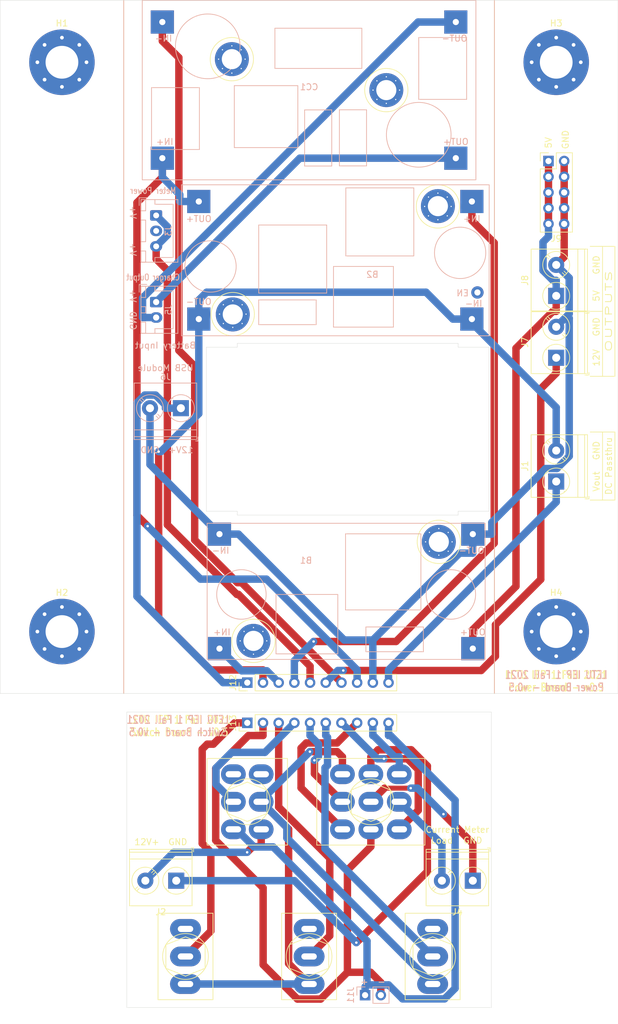
<source format=kicad_pcb>
(kicad_pcb (version 20171130) (host pcbnew 5.1.10)

  (general
    (thickness 1.6)
    (drawings 71)
    (tracks 246)
    (zones 0)
    (modules 24)
    (nets 31)
  )

  (page A4)
  (layers
    (0 F.Cu signal)
    (31 B.Cu signal)
    (32 B.Adhes user)
    (33 F.Adhes user)
    (34 B.Paste user)
    (35 F.Paste user)
    (36 B.SilkS user)
    (37 F.SilkS user)
    (38 B.Mask user)
    (39 F.Mask user)
    (40 Dwgs.User user)
    (41 Cmts.User user)
    (42 Eco1.User user)
    (43 Eco2.User user)
    (44 Edge.Cuts user)
    (45 Margin user)
    (46 B.CrtYd user)
    (47 F.CrtYd user)
    (48 B.Fab user)
    (49 F.Fab user)
  )

  (setup
    (last_trace_width 1.2)
    (user_trace_width 0.8)
    (user_trace_width 1.2)
    (trace_clearance 0.2)
    (zone_clearance 0.508)
    (zone_45_only no)
    (trace_min 0.2)
    (via_size 0.8)
    (via_drill 0.4)
    (via_min_size 0.4)
    (via_min_drill 0.3)
    (uvia_size 0.3)
    (uvia_drill 0.1)
    (uvias_allowed no)
    (uvia_min_size 0.2)
    (uvia_min_drill 0.1)
    (edge_width 0.05)
    (segment_width 0.2)
    (pcb_text_width 0.3)
    (pcb_text_size 1.5 1.5)
    (mod_edge_width 0.12)
    (mod_text_size 1 1)
    (mod_text_width 0.15)
    (pad_size 1.524 1.524)
    (pad_drill 0.762)
    (pad_to_mask_clearance 0)
    (aux_axis_origin 0 0)
    (grid_origin 67.5 170.5)
    (visible_elements FFFFFF7F)
    (pcbplotparams
      (layerselection 0x010fc_ffffffff)
      (usegerberextensions true)
      (usegerberattributes false)
      (usegerberadvancedattributes false)
      (creategerberjobfile false)
      (excludeedgelayer true)
      (linewidth 0.100000)
      (plotframeref false)
      (viasonmask false)
      (mode 1)
      (useauxorigin false)
      (hpglpennumber 1)
      (hpglpenspeed 20)
      (hpglpendiameter 15.000000)
      (psnegative false)
      (psa4output false)
      (plotreference true)
      (plotvalue false)
      (plotinvisibletext false)
      (padsonsilk false)
      (subtractmaskfromsilk true)
      (outputformat 1)
      (mirror false)
      (drillshape 0)
      (scaleselection 1)
      (outputdirectory "Gerber/Switch_Board/"))
  )

  (net 0 "")
  (net 1 /Switches/DC_+)
  (net 2 "Net-(B2-Pad5)")
  (net 3 "Net-(CC1-Pad4)")
  (net 4 "Net-(CC1-Pad3)")
  (net 5 "Net-(B1-Pad3)")
  (net 6 /Switches/CC_-)
  (net 7 /Switches/DC_-)
  (net 8 "Net-(J3-Pad2)")
  (net 9 /Switches/Meter_+)
  (net 10 Bridge_DC_-)
  (net 11 Bridge_DC_+)
  (net 12 Bridge_CC_-)
  (net 13 Bridge_BAT_+)
  (net 14 Bridge_Meter_+)
  (net 15 Bridge_BAT_-)
  (net 16 "Net-(J4-Pad2)")
  (net 17 "Net-(J4-Pad1)")
  (net 18 /Switches/15V_+)
  (net 19 Bridge_15V_+)
  (net 20 GND)
  (net 21 /Switches/5V_+)
  (net 22 /Switches/USB_+)
  (net 23 /Switches/12V_+)
  (net 24 Bridge_12V_+)
  (net 25 Bridge_USB_+)
  (net 26 Bridge_GND)
  (net 27 /Switches/DC_RAW_+)
  (net 28 Bridge_DC_RAW_+)
  (net 29 Bridge_5V_+)
  (net 30 "Net-(J2-Pad2)")

  (net_class Default "This is the default net class."
    (clearance 0.2)
    (trace_width 1.2)
    (via_dia 0.8)
    (via_drill 0.4)
    (uvia_dia 0.3)
    (uvia_drill 0.1)
    (add_net /Switches/12V_+)
    (add_net /Switches/15V_+)
    (add_net /Switches/5V_+)
    (add_net /Switches/CC_-)
    (add_net /Switches/DC_+)
    (add_net /Switches/DC_-)
    (add_net /Switches/DC_RAW_+)
    (add_net /Switches/Meter_+)
    (add_net /Switches/USB_+)
    (add_net Bridge_12V_+)
    (add_net Bridge_15V_+)
    (add_net Bridge_5V_+)
    (add_net Bridge_BAT_+)
    (add_net Bridge_BAT_-)
    (add_net Bridge_CC_-)
    (add_net Bridge_DC_+)
    (add_net Bridge_DC_-)
    (add_net Bridge_DC_RAW_+)
    (add_net Bridge_GND)
    (add_net Bridge_Meter_+)
    (add_net Bridge_USB_+)
    (add_net GND)
    (add_net "Net-(B1-Pad3)")
    (add_net "Net-(B2-Pad5)")
    (add_net "Net-(CC1-Pad3)")
    (add_net "Net-(CC1-Pad4)")
    (add_net "Net-(J2-Pad2)")
    (add_net "Net-(J3-Pad2)")
    (add_net "Net-(J4-Pad1)")
    (add_net "Net-(J4-Pad2)")
  )

  (module Custom:BuckBoostConverter (layer B.Cu) (tedit 60A1B1D9) (tstamp 60A00F0A)
    (at 71.75 58 180)
    (path /60A01B0B)
    (fp_text reference B2 (at -6 -2.3) (layer B.SilkS)
      (effects (font (size 1 1) (thickness 0.15)) (justify mirror))
    )
    (fp_text value BuckBoostConverter (at 0 0) (layer B.Fab)
      (effects (font (size 1 1) (thickness 0.15)) (justify mirror))
    )
    (fp_circle (center 16.6 -8.7) (end 16.6 -5.2) (layer F.SilkS) (width 0.12))
    (fp_circle (center -16.6 8.7) (end -16.6 12.2) (layer F.SilkS) (width 0.12))
    (fp_line (start 12.4 -5.3) (end 1.4 -5.3) (layer B.SilkS) (width 0.12))
    (fp_line (start 12.4 5.7) (end 12.4 -5.3) (layer B.SilkS) (width 0.12))
    (fp_line (start 1.4 5.7) (end 12.4 5.7) (layer B.SilkS) (width 0.12))
    (fp_line (start 1.4 -5.3) (end 1.4 5.7) (layer B.SilkS) (width 0.12))
    (fp_line (start -1.7 0.7) (end -12.7 0.7) (layer B.SilkS) (width 0.12))
    (fp_line (start -1.7 11.7) (end -1.7 0.7) (layer B.SilkS) (width 0.12))
    (fp_line (start -12.7 11.7) (end -1.7 11.7) (layer B.SilkS) (width 0.12))
    (fp_line (start -12.7 11.7) (end -12.7 0.7) (layer B.SilkS) (width 0.12))
    (fp_circle (center 20.2 -1) (end 24.35 -1) (layer B.SilkS) (width 0.12))
    (fp_circle (center -20.2 1.2) (end -16.05 1.2) (layer B.SilkS) (width 0.12))
    (fp_line (start -24.4 0) (end -24.4 11.7) (layer B.CrtYd) (width 0.12))
    (fp_line (start -24.4 11.7) (end 24.4 11.7) (layer B.CrtYd) (width 0.12))
    (fp_line (start 24.4 11.7) (end 24.4 0) (layer B.CrtYd) (width 0.12))
    (fp_line (start 24.4 0) (end 24.4 -11.7) (layer B.CrtYd) (width 0.12))
    (fp_line (start 24.4 -11.7) (end -24.4 -11.7) (layer B.CrtYd) (width 0.12))
    (fp_line (start -24.4 -11.7) (end -24.4 0) (layer B.CrtYd) (width 0.12))
    (fp_line (start -24.9 12.2) (end -24.9 -12.2) (layer B.SilkS) (width 0.12))
    (fp_line (start -24.9 -12.2) (end 24.9 -12.2) (layer B.SilkS) (width 0.12))
    (fp_line (start 24.9 12.2) (end -24.9 12.2) (layer B.SilkS) (width 0.12))
    (fp_line (start 24.9 -12.2) (end 24.9 12.2) (layer B.SilkS) (width 0.12))
    (fp_line (start -9.4 -1) (end -9.4 -10.8) (layer B.SilkS) (width 0.12))
    (fp_line (start -9.4 -10.8) (end 0.3 -10.8) (layer B.SilkS) (width 0.12))
    (fp_line (start 0.3 -10.8) (end 0.3 -1) (layer B.SilkS) (width 0.12))
    (fp_line (start 0.3 -1) (end -9.4 -1) (layer B.SilkS) (width 0.12))
    (fp_line (start 12.4 -10.4) (end 3.1 -10.4) (layer B.SilkS) (width 0.12))
    (fp_line (start 3.1 -6.4) (end 12.4 -6.4) (layer B.SilkS) (width 0.12))
    (fp_line (start 12.4 -6.4) (end 12.4 -10.4) (layer B.SilkS) (width 0.12))
    (fp_line (start 3.1 -10.4) (end 3.1 -6.4) (layer B.SilkS) (width 0.12))
    (fp_text user IN+ (at -22.1 6.7) (layer B.SilkS)
      (effects (font (size 1 1) (thickness 0.15)) (justify mirror))
    )
    (fp_text user IN- (at -22.4 -7) (layer B.SilkS)
      (effects (font (size 1 1) (thickness 0.15)) (justify mirror))
    )
    (fp_text user OUT+ (at 22.1 6.7) (layer B.SilkS)
      (effects (font (size 1 1) (thickness 0.15)) (justify mirror))
    )
    (fp_text user OUT- (at 22.1 -6.7) (layer B.SilkS)
      (effects (font (size 1 1) (thickness 0.15)) (justify mirror))
    )
    (fp_text user EN (at -20.6 -5.3) (layer B.SilkS)
      (effects (font (size 1 1) (thickness 0.15)) (justify mirror))
    )
    (pad 1 thru_hole rect (at -22.1 9.5 180) (size 3.75 3.75) (drill 1) (layers *.Cu *.Mask)
      (net 1 /Switches/DC_+))
    (pad 2 thru_hole rect (at -22.1 -9.5 180) (size 3.75 3.75) (drill 1) (layers *.Cu *.Mask)
      (net 7 /Switches/DC_-))
    (pad 3 thru_hole rect (at 22.1 9.5 180) (size 3.75 3.75) (drill 1) (layers *.Cu *.Mask)
      (net 18 /Switches/15V_+))
    (pad 4 thru_hole rect (at 22.1 -9.5 180) (size 3.75 3.75) (drill 1) (layers *.Cu *.Mask)
      (net 7 /Switches/DC_-))
    (pad "" thru_hole circle (at 18.12028 -7.17972 180) (size 0.5 0.5) (drill 0.2) (layers *.Cu))
    (pad "" thru_hole circle (at 15.07972 -7.17972 180) (size 0.5 0.5) (drill 0.2) (layers *.Cu))
    (pad "" thru_hole circle (at 18.75 -8.7 180) (size 0.5 0.5) (drill 0.2) (layers *.Cu))
    (pad "" thru_hole circle (at 15.07972 -10.22028 180) (size 0.5 0.5) (drill 0.2) (layers *.Cu))
    (pad "" thru_hole circle (at 16.6 -6.55 180) (size 0.5 0.5) (drill 0.2) (layers *.Cu))
    (pad "" thru_hole circle (at 16.6 -10.85 180) (size 0.5 0.5) (drill 0.2) (layers *.Cu))
    (pad "" thru_hole circle (at 18.12028 -10.22028 180) (size 0.5 0.5) (drill 0.2) (layers *.Cu))
    (pad "" thru_hole circle (at 14.45 -8.7 180) (size 0.5 0.5) (drill 0.2) (layers *.Cu))
    (pad "" thru_hole circle (at -15.07972 7.17972 180) (size 0.5 0.5) (drill 0.2) (layers *.Cu))
    (pad "" thru_hole circle (at -16.6 6.55 180) (size 0.5 0.5) (drill 0.2) (layers *.Cu))
    (pad "" thru_hole circle (at -18.12028 7.17972 180) (size 0.5 0.5) (drill 0.2) (layers *.Cu))
    (pad "" thru_hole circle (at -18.75 8.7 180) (size 0.5 0.5) (drill 0.2) (layers *.Cu))
    (pad "" thru_hole circle (at -18.12028 10.22028 180) (size 0.5 0.5) (drill 0.2) (layers *.Cu))
    (pad "" thru_hole circle (at -15.07972 10.22028 180) (size 0.5 0.5) (drill 0.2) (layers *.Cu))
    (pad "" thru_hole circle (at -14.45 8.7 180) (size 0.5 0.5) (drill 0.2) (layers *.Cu))
    (pad "" thru_hole circle (at -16.6 10.85 180) (size 0.5 0.5) (drill 0.2) (layers *.Cu))
    (pad "" thru_hole circle (at 16.6 -8.75 180) (size 5.5 5.5) (drill 3.25) (layers *.Cu *.Mask))
    (pad "" thru_hole circle (at -16.6 8.75 180) (size 5.5 5.5) (drill 3.25) (layers *.Cu *.Mask))
    (pad 5 thru_hole circle (at -23 -5.2 180) (size 2 2) (drill 1) (layers *.Cu *.Mask)
      (net 2 "Net-(B2-Pad5)"))
    (model ${KIPRJMOD}/footprints/Custom.pretty/BuckBoostConverter.wrl
      (at (xyz 0 0 0))
      (scale (xyz 1 1 1))
      (rotate (xyz 0 0 0))
    )
  )

  (module Connector_PinHeader_2.54mm:PinHeader_1x10_P2.54mm_Vertical (layer F.Cu) (tedit 59FED5CC) (tstamp 60BAAD6C)
    (at 57.5 126.25 90)
    (descr "Through hole straight pin header, 1x10, 2.54mm pitch, single row")
    (tags "Through hole pin header THT 1x10 2.54mm single row")
    (path /609B92A7/60CEF5AF)
    (fp_text reference J12 (at 0 -2.33 90) (layer F.SilkS)
      (effects (font (size 1 1) (thickness 0.15)))
    )
    (fp_text value Conn_01x10 (at 0 25.19 90) (layer F.Fab)
      (effects (font (size 1 1) (thickness 0.15)))
    )
    (fp_line (start 1.8 -1.8) (end -1.8 -1.8) (layer F.CrtYd) (width 0.05))
    (fp_line (start 1.8 24.65) (end 1.8 -1.8) (layer F.CrtYd) (width 0.05))
    (fp_line (start -1.8 24.65) (end 1.8 24.65) (layer F.CrtYd) (width 0.05))
    (fp_line (start -1.8 -1.8) (end -1.8 24.65) (layer F.CrtYd) (width 0.05))
    (fp_line (start -1.33 -1.33) (end 0 -1.33) (layer F.SilkS) (width 0.12))
    (fp_line (start -1.33 0) (end -1.33 -1.33) (layer F.SilkS) (width 0.12))
    (fp_line (start -1.33 1.27) (end 1.33 1.27) (layer F.SilkS) (width 0.12))
    (fp_line (start 1.33 1.27) (end 1.33 24.19) (layer F.SilkS) (width 0.12))
    (fp_line (start -1.33 1.27) (end -1.33 24.19) (layer F.SilkS) (width 0.12))
    (fp_line (start -1.33 24.19) (end 1.33 24.19) (layer F.SilkS) (width 0.12))
    (fp_line (start -1.27 -0.635) (end -0.635 -1.27) (layer F.Fab) (width 0.1))
    (fp_line (start -1.27 24.13) (end -1.27 -0.635) (layer F.Fab) (width 0.1))
    (fp_line (start 1.27 24.13) (end -1.27 24.13) (layer F.Fab) (width 0.1))
    (fp_line (start 1.27 -1.27) (end 1.27 24.13) (layer F.Fab) (width 0.1))
    (fp_line (start -0.635 -1.27) (end 1.27 -1.27) (layer F.Fab) (width 0.1))
    (fp_text user %R (at 0 11.43) (layer F.Fab)
      (effects (font (size 1 1) (thickness 0.15)))
    )
    (pad 10 thru_hole oval (at 0 22.86 90) (size 1.7 1.7) (drill 1) (layers *.Cu *.Mask)
      (net 27 /Switches/DC_RAW_+))
    (pad 9 thru_hole oval (at 0 20.32 90) (size 1.7 1.7) (drill 1) (layers *.Cu *.Mask)
      (net 20 GND))
    (pad 8 thru_hole oval (at 0 17.78 90) (size 1.7 1.7) (drill 1) (layers *.Cu *.Mask)
      (net 18 /Switches/15V_+))
    (pad 7 thru_hole oval (at 0 15.24 90) (size 1.7 1.7) (drill 1) (layers *.Cu *.Mask)
      (net 6 /Switches/CC_-))
    (pad 6 thru_hole oval (at 0 12.7 90) (size 1.7 1.7) (drill 1) (layers *.Cu *.Mask)
      (net 23 /Switches/12V_+))
    (pad 5 thru_hole oval (at 0 10.16 90) (size 1.7 1.7) (drill 1) (layers *.Cu *.Mask)
      (net 9 /Switches/Meter_+))
    (pad 4 thru_hole oval (at 0 7.62 90) (size 1.7 1.7) (drill 1) (layers *.Cu *.Mask)
      (net 1 /Switches/DC_+))
    (pad 3 thru_hole oval (at 0 5.08 90) (size 1.7 1.7) (drill 1) (layers *.Cu *.Mask)
      (net 21 /Switches/5V_+))
    (pad 2 thru_hole oval (at 0 2.54 90) (size 1.7 1.7) (drill 1) (layers *.Cu *.Mask)
      (net 7 /Switches/DC_-))
    (pad 1 thru_hole rect (at 0 0 90) (size 1.7 1.7) (drill 1) (layers *.Cu *.Mask)
      (net 22 /Switches/USB_+))
    (model ${KISYS3DMOD}/Connector_PinHeader_2.54mm.3dshapes/PinHeader_1x10_P2.54mm_Vertical.wrl
      (at (xyz 0 0 0))
      (scale (xyz 1 1 1))
      (rotate (xyz 0 0 0))
    )
  )

  (module Connector_JST:JST_XH_B2B-XH-A_1x02_P2.50mm_Vertical (layer B.Cu) (tedit 5C28146C) (tstamp 60A164AA)
    (at 42.75 64.75 270)
    (descr "JST XH series connector, B2B-XH-A (http://www.jst-mfg.com/product/pdf/eng/eXH.pdf), generated with kicad-footprint-generator")
    (tags "connector JST XH vertical")
    (path /60AAF51C)
    (fp_text reference J5 (at 1.25 -2 270) (layer B.SilkS)
      (effects (font (size 1 1) (thickness 0.15)) (justify mirror))
    )
    (fp_text value Conn_01x02 (at 1.25 -4.6 270) (layer B.Fab)
      (effects (font (size 1 1) (thickness 0.15)) (justify mirror))
    )
    (fp_line (start -2.45 2.35) (end -2.45 -3.4) (layer B.Fab) (width 0.1))
    (fp_line (start -2.45 -3.4) (end 4.95 -3.4) (layer B.Fab) (width 0.1))
    (fp_line (start 4.95 -3.4) (end 4.95 2.35) (layer B.Fab) (width 0.1))
    (fp_line (start 4.95 2.35) (end -2.45 2.35) (layer B.Fab) (width 0.1))
    (fp_line (start -2.56 2.46) (end -2.56 -3.51) (layer B.SilkS) (width 0.12))
    (fp_line (start -2.56 -3.51) (end 5.06 -3.51) (layer B.SilkS) (width 0.12))
    (fp_line (start 5.06 -3.51) (end 5.06 2.46) (layer B.SilkS) (width 0.12))
    (fp_line (start 5.06 2.46) (end -2.56 2.46) (layer B.SilkS) (width 0.12))
    (fp_line (start -2.95 2.85) (end -2.95 -3.9) (layer B.CrtYd) (width 0.05))
    (fp_line (start -2.95 -3.9) (end 5.45 -3.9) (layer B.CrtYd) (width 0.05))
    (fp_line (start 5.45 -3.9) (end 5.45 2.85) (layer B.CrtYd) (width 0.05))
    (fp_line (start 5.45 2.85) (end -2.95 2.85) (layer B.CrtYd) (width 0.05))
    (fp_line (start -0.625 2.35) (end 0 1.35) (layer B.Fab) (width 0.1))
    (fp_line (start 0 1.35) (end 0.625 2.35) (layer B.Fab) (width 0.1))
    (fp_line (start 0.75 2.45) (end 0.75 1.7) (layer B.SilkS) (width 0.12))
    (fp_line (start 0.75 1.7) (end 1.75 1.7) (layer B.SilkS) (width 0.12))
    (fp_line (start 1.75 1.7) (end 1.75 2.45) (layer B.SilkS) (width 0.12))
    (fp_line (start 1.75 2.45) (end 0.75 2.45) (layer B.SilkS) (width 0.12))
    (fp_line (start -2.55 2.45) (end -2.55 1.7) (layer B.SilkS) (width 0.12))
    (fp_line (start -2.55 1.7) (end -0.75 1.7) (layer B.SilkS) (width 0.12))
    (fp_line (start -0.75 1.7) (end -0.75 2.45) (layer B.SilkS) (width 0.12))
    (fp_line (start -0.75 2.45) (end -2.55 2.45) (layer B.SilkS) (width 0.12))
    (fp_line (start 3.25 2.45) (end 3.25 1.7) (layer B.SilkS) (width 0.12))
    (fp_line (start 3.25 1.7) (end 5.05 1.7) (layer B.SilkS) (width 0.12))
    (fp_line (start 5.05 1.7) (end 5.05 2.45) (layer B.SilkS) (width 0.12))
    (fp_line (start 5.05 2.45) (end 3.25 2.45) (layer B.SilkS) (width 0.12))
    (fp_line (start -2.55 0.2) (end -1.8 0.2) (layer B.SilkS) (width 0.12))
    (fp_line (start -1.8 0.2) (end -1.8 -2.75) (layer B.SilkS) (width 0.12))
    (fp_line (start -1.8 -2.75) (end 1.25 -2.75) (layer B.SilkS) (width 0.12))
    (fp_line (start 5.05 0.2) (end 4.3 0.2) (layer B.SilkS) (width 0.12))
    (fp_line (start 4.3 0.2) (end 4.3 -2.75) (layer B.SilkS) (width 0.12))
    (fp_line (start 4.3 -2.75) (end 1.25 -2.75) (layer B.SilkS) (width 0.12))
    (fp_line (start -1.6 2.75) (end -2.85 2.75) (layer B.SilkS) (width 0.12))
    (fp_line (start -2.85 2.75) (end -2.85 1.5) (layer B.SilkS) (width 0.12))
    (fp_text user %R (at 1.25 -2.7 270) (layer B.Fab)
      (effects (font (size 1 1) (thickness 0.15)) (justify mirror))
    )
    (pad 2 thru_hole oval (at 2.5 0 270) (size 1.7 2) (drill 1) (layers *.Cu *.Mask)
      (net 3 "Net-(CC1-Pad4)"))
    (pad 1 thru_hole roundrect (at 0 0 270) (size 1.7 2) (drill 1) (layers *.Cu *.Mask) (roundrect_rratio 0.1470588235294118)
      (net 4 "Net-(CC1-Pad3)"))
    (model ${KISYS3DMOD}/Connector_JST.3dshapes/JST_XH_B2B-XH-A_1x02_P2.50mm_Vertical.wrl
      (at (xyz 0 0 0))
      (scale (xyz 1 1 1))
      (rotate (xyz 0 0 0))
    )
  )

  (module MountingHole:MountingHole_5.3mm_M5_Pad_Via (layer F.Cu) (tedit 56DDC708) (tstamp 609CA866)
    (at 107.5 118)
    (descr "Mounting Hole 5.3mm, M5")
    (tags "mounting hole 5.3mm m5")
    (path /60AD3DCF)
    (attr virtual)
    (fp_text reference H4 (at 0 -6.3) (layer F.SilkS)
      (effects (font (size 1 1) (thickness 0.15)))
    )
    (fp_text value MountingHole (at 0 6.3) (layer F.Fab)
      (effects (font (size 1 1) (thickness 0.15)))
    )
    (fp_circle (center 0 0) (end 5.55 0) (layer F.CrtYd) (width 0.05))
    (fp_circle (center 0 0) (end 5.3 0) (layer Cmts.User) (width 0.15))
    (fp_text user %R (at 0.3 0) (layer F.Fab)
      (effects (font (size 1 1) (thickness 0.15)))
    )
    (pad 1 thru_hole circle (at 0 0) (size 10.6 10.6) (drill 5.3) (layers *.Cu *.Mask))
    (pad 1 thru_hole circle (at 3.975 0) (size 0.9 0.9) (drill 0.6) (layers *.Cu *.Mask))
    (pad 1 thru_hole circle (at 2.810749 2.810749) (size 0.9 0.9) (drill 0.6) (layers *.Cu *.Mask))
    (pad 1 thru_hole circle (at 0 3.975) (size 0.9 0.9) (drill 0.6) (layers *.Cu *.Mask))
    (pad 1 thru_hole circle (at -2.810749 2.810749) (size 0.9 0.9) (drill 0.6) (layers *.Cu *.Mask))
    (pad 1 thru_hole circle (at -3.975 0) (size 0.9 0.9) (drill 0.6) (layers *.Cu *.Mask))
    (pad 1 thru_hole circle (at -2.810749 -2.810749) (size 0.9 0.9) (drill 0.6) (layers *.Cu *.Mask))
    (pad 1 thru_hole circle (at 0 -3.975) (size 0.9 0.9) (drill 0.6) (layers *.Cu *.Mask))
    (pad 1 thru_hole circle (at 2.810749 -2.810749) (size 0.9 0.9) (drill 0.6) (layers *.Cu *.Mask))
  )

  (module TerminalBlock_Phoenix:TerminalBlock_Phoenix_PT-1,5-2-5.0-H_1x02_P5.00mm_Horizontal (layer F.Cu) (tedit 5B294F69) (tstamp 60A163B3)
    (at 107.5 93.75 90)
    (descr "Terminal Block Phoenix PT-1,5-2-5.0-H, 2 pins, pitch 5mm, size 10x9mm^2, drill diamater 1.3mm, pad diameter 2.6mm, see http://www.mouser.com/ds/2/324/ItemDetail_1935161-922578.pdf, script-generated using https://github.com/pointhi/kicad-footprint-generator/scripts/TerminalBlock_Phoenix")
    (tags "THT Terminal Block Phoenix PT-1,5-2-5.0-H pitch 5mm size 10x9mm^2 drill 1.3mm pad 2.6mm")
    (path /60A76FEB)
    (fp_text reference J1 (at 2.5 -5.06 90) (layer F.SilkS)
      (effects (font (size 1 1) (thickness 0.15)))
    )
    (fp_text value Screw_Terminal_01x02 (at 2.5 6.06 90) (layer F.Fab)
      (effects (font (size 1 1) (thickness 0.15)))
    )
    (fp_circle (center 0 0) (end 2 0) (layer F.Fab) (width 0.1))
    (fp_circle (center 0 0) (end 2.18 0) (layer F.SilkS) (width 0.12))
    (fp_circle (center 5 0) (end 7 0) (layer F.Fab) (width 0.1))
    (fp_circle (center 5 0) (end 7.18 0) (layer F.SilkS) (width 0.12))
    (fp_line (start -2.5 -4) (end 7.5 -4) (layer F.Fab) (width 0.1))
    (fp_line (start 7.5 -4) (end 7.5 5) (layer F.Fab) (width 0.1))
    (fp_line (start 7.5 5) (end -2.1 5) (layer F.Fab) (width 0.1))
    (fp_line (start -2.1 5) (end -2.5 4.6) (layer F.Fab) (width 0.1))
    (fp_line (start -2.5 4.6) (end -2.5 -4) (layer F.Fab) (width 0.1))
    (fp_line (start -2.5 4.6) (end 7.5 4.6) (layer F.Fab) (width 0.1))
    (fp_line (start -2.56 4.6) (end 7.56 4.6) (layer F.SilkS) (width 0.12))
    (fp_line (start -2.5 3.5) (end 7.5 3.5) (layer F.Fab) (width 0.1))
    (fp_line (start -2.56 3.5) (end 7.56 3.5) (layer F.SilkS) (width 0.12))
    (fp_line (start -2.56 -4.06) (end 7.56 -4.06) (layer F.SilkS) (width 0.12))
    (fp_line (start -2.56 5.06) (end 7.56 5.06) (layer F.SilkS) (width 0.12))
    (fp_line (start -2.56 -4.06) (end -2.56 5.06) (layer F.SilkS) (width 0.12))
    (fp_line (start 7.56 -4.06) (end 7.56 5.06) (layer F.SilkS) (width 0.12))
    (fp_line (start 1.517 -1.273) (end -1.273 1.517) (layer F.Fab) (width 0.1))
    (fp_line (start 1.273 -1.517) (end -1.517 1.273) (layer F.Fab) (width 0.1))
    (fp_line (start 1.654 -1.388) (end 1.547 -1.281) (layer F.SilkS) (width 0.12))
    (fp_line (start -1.282 1.547) (end -1.388 1.654) (layer F.SilkS) (width 0.12))
    (fp_line (start 1.388 -1.654) (end 1.281 -1.547) (layer F.SilkS) (width 0.12))
    (fp_line (start -1.548 1.281) (end -1.654 1.388) (layer F.SilkS) (width 0.12))
    (fp_line (start 6.517 -1.273) (end 3.728 1.517) (layer F.Fab) (width 0.1))
    (fp_line (start 6.273 -1.517) (end 3.484 1.273) (layer F.Fab) (width 0.1))
    (fp_line (start 6.654 -1.388) (end 6.259 -0.992) (layer F.SilkS) (width 0.12))
    (fp_line (start 3.993 1.274) (end 3.613 1.654) (layer F.SilkS) (width 0.12))
    (fp_line (start 6.388 -1.654) (end 6.008 -1.274) (layer F.SilkS) (width 0.12))
    (fp_line (start 3.742 0.992) (end 3.347 1.388) (layer F.SilkS) (width 0.12))
    (fp_line (start -2.8 4.66) (end -2.8 5.3) (layer F.SilkS) (width 0.12))
    (fp_line (start -2.8 5.3) (end -2.4 5.3) (layer F.SilkS) (width 0.12))
    (fp_line (start -3 -4.5) (end -3 5.5) (layer F.CrtYd) (width 0.05))
    (fp_line (start -3 5.5) (end 8 5.5) (layer F.CrtYd) (width 0.05))
    (fp_line (start 8 5.5) (end 8 -4.5) (layer F.CrtYd) (width 0.05))
    (fp_line (start 8 -4.5) (end -3 -4.5) (layer F.CrtYd) (width 0.05))
    (fp_text user %R (at 2.5 2.9 90) (layer F.Fab)
      (effects (font (size 1 1) (thickness 0.15)))
    )
    (pad 2 thru_hole circle (at 5 0 90) (size 2.6 2.6) (drill 1.3) (layers *.Cu *.Mask)
      (net 7 /Switches/DC_-))
    (pad 1 thru_hole rect (at 0 0 90) (size 2.6 2.6) (drill 1.3) (layers *.Cu *.Mask)
      (net 27 /Switches/DC_RAW_+))
    (model ${KISYS3DMOD}/TerminalBlock_Phoenix.3dshapes/TerminalBlock_Phoenix_PT-1,5-2-5.0-H_1x02_P5.00mm_Horizontal.wrl
      (at (xyz 0 0 0))
      (scale (xyz 1 1 1))
      (rotate (xyz 0 0 0))
    )
  )

  (module Connector_JST:JST_XH_B3B-XH-A_1x03_P2.50mm_Vertical (layer B.Cu) (tedit 5C28146C) (tstamp 60BA9215)
    (at 42.75 50.75 270)
    (descr "JST XH series connector, B3B-XH-A (http://www.jst-mfg.com/product/pdf/eng/eXH.pdf), generated with kicad-footprint-generator")
    (tags "connector JST XH vertical")
    (path /60DC9D04)
    (fp_text reference J3 (at 2.5 -2 90) (layer B.SilkS)
      (effects (font (size 1 1) (thickness 0.15)) (justify mirror))
    )
    (fp_text value Conn_01x03 (at 2.5 -4.6 90) (layer B.Fab)
      (effects (font (size 1 1) (thickness 0.15)) (justify mirror))
    )
    (fp_line (start -2.45 2.35) (end -2.45 -3.4) (layer B.Fab) (width 0.1))
    (fp_line (start -2.45 -3.4) (end 7.45 -3.4) (layer B.Fab) (width 0.1))
    (fp_line (start 7.45 -3.4) (end 7.45 2.35) (layer B.Fab) (width 0.1))
    (fp_line (start 7.45 2.35) (end -2.45 2.35) (layer B.Fab) (width 0.1))
    (fp_line (start -2.56 2.46) (end -2.56 -3.51) (layer B.SilkS) (width 0.12))
    (fp_line (start -2.56 -3.51) (end 7.56 -3.51) (layer B.SilkS) (width 0.12))
    (fp_line (start 7.56 -3.51) (end 7.56 2.46) (layer B.SilkS) (width 0.12))
    (fp_line (start 7.56 2.46) (end -2.56 2.46) (layer B.SilkS) (width 0.12))
    (fp_line (start -2.95 2.85) (end -2.95 -3.9) (layer B.CrtYd) (width 0.05))
    (fp_line (start -2.95 -3.9) (end 7.95 -3.9) (layer B.CrtYd) (width 0.05))
    (fp_line (start 7.95 -3.9) (end 7.95 2.85) (layer B.CrtYd) (width 0.05))
    (fp_line (start 7.95 2.85) (end -2.95 2.85) (layer B.CrtYd) (width 0.05))
    (fp_line (start -0.625 2.35) (end 0 1.35) (layer B.Fab) (width 0.1))
    (fp_line (start 0 1.35) (end 0.625 2.35) (layer B.Fab) (width 0.1))
    (fp_line (start 0.75 2.45) (end 0.75 1.7) (layer B.SilkS) (width 0.12))
    (fp_line (start 0.75 1.7) (end 4.25 1.7) (layer B.SilkS) (width 0.12))
    (fp_line (start 4.25 1.7) (end 4.25 2.45) (layer B.SilkS) (width 0.12))
    (fp_line (start 4.25 2.45) (end 0.75 2.45) (layer B.SilkS) (width 0.12))
    (fp_line (start -2.55 2.45) (end -2.55 1.7) (layer B.SilkS) (width 0.12))
    (fp_line (start -2.55 1.7) (end -0.75 1.7) (layer B.SilkS) (width 0.12))
    (fp_line (start -0.75 1.7) (end -0.75 2.45) (layer B.SilkS) (width 0.12))
    (fp_line (start -0.75 2.45) (end -2.55 2.45) (layer B.SilkS) (width 0.12))
    (fp_line (start 5.75 2.45) (end 5.75 1.7) (layer B.SilkS) (width 0.12))
    (fp_line (start 5.75 1.7) (end 7.55 1.7) (layer B.SilkS) (width 0.12))
    (fp_line (start 7.55 1.7) (end 7.55 2.45) (layer B.SilkS) (width 0.12))
    (fp_line (start 7.55 2.45) (end 5.75 2.45) (layer B.SilkS) (width 0.12))
    (fp_line (start -2.55 0.2) (end -1.8 0.2) (layer B.SilkS) (width 0.12))
    (fp_line (start -1.8 0.2) (end -1.8 -2.75) (layer B.SilkS) (width 0.12))
    (fp_line (start -1.8 -2.75) (end 2.5 -2.75) (layer B.SilkS) (width 0.12))
    (fp_line (start 7.55 0.2) (end 6.8 0.2) (layer B.SilkS) (width 0.12))
    (fp_line (start 6.8 0.2) (end 6.8 -2.75) (layer B.SilkS) (width 0.12))
    (fp_line (start 6.8 -2.75) (end 2.5 -2.75) (layer B.SilkS) (width 0.12))
    (fp_line (start -1.6 2.75) (end -2.85 2.75) (layer B.SilkS) (width 0.12))
    (fp_line (start -2.85 2.75) (end -2.85 1.5) (layer B.SilkS) (width 0.12))
    (fp_text user %R (at 2.5 -2.7 90) (layer B.Fab)
      (effects (font (size 1 1) (thickness 0.15)) (justify mirror))
    )
    (pad 3 thru_hole oval (at 5 0 270) (size 1.7 1.95) (drill 0.95) (layers *.Cu *.Mask)
      (net 9 /Switches/Meter_+))
    (pad 2 thru_hole oval (at 2.5 0 270) (size 1.7 1.95) (drill 0.95) (layers *.Cu *.Mask)
      (net 8 "Net-(J3-Pad2)"))
    (pad 1 thru_hole roundrect (at 0 0 270) (size 1.7 1.95) (drill 0.95) (layers *.Cu *.Mask) (roundrect_rratio 0.1470588235294118)
      (net 9 /Switches/Meter_+))
    (model ${KISYS3DMOD}/Connector_JST.3dshapes/JST_XH_B3B-XH-A_1x03_P2.50mm_Vertical.wrl
      (at (xyz 0 0 0))
      (scale (xyz 1 1 1))
      (rotate (xyz 0 0 0))
    )
  )

  (module Custom:ConstantCurrentModule (layer B.Cu) (tedit 60B9BB69) (tstamp 60A19E1B)
    (at 67.5 30.5)
    (path /60A02ADB)
    (fp_text reference CC1 (at 0 -0.5) (layer B.SilkS)
      (effects (font (size 1 1) (thickness 0.15)) (justify mirror))
    )
    (fp_text value CurrentLimiter (at 0 0.5) (layer B.Fab)
      (effects (font (size 1 1) (thickness 0.15)) (justify mirror))
    )
    (fp_circle (center 12.5 0) (end 16.25 0) (layer F.CrtYd) (width 0.12))
    (fp_circle (center -12.5 -5) (end -8.75 -5) (layer F.CrtYd) (width 0.12))
    (fp_line (start -27 -14.5) (end 27 -14.5) (layer B.SilkS) (width 0.12))
    (fp_line (start -27 14.5) (end 27 14.5) (layer B.SilkS) (width 0.12))
    (fp_line (start 27 14.5) (end 27 -14.5) (layer B.SilkS) (width 0.12))
    (fp_line (start -27 -14.5) (end -27 14.5) (layer B.SilkS) (width 0.12))
    (fp_circle (center -12.5 -5) (end -12.5 -1.5) (layer F.SilkS) (width 0.12))
    (fp_line (start -27 14.5) (end -27 -14.5) (layer B.CrtYd) (width 0.12))
    (fp_line (start 27 14.5) (end -27 14.5) (layer B.CrtYd) (width 0.12))
    (fp_line (start 27 -14.5) (end 27 14.5) (layer B.CrtYd) (width 0.12))
    (fp_line (start -27 -14.5) (end 27 -14.5) (layer B.CrtYd) (width 0.12))
    (fp_circle (center 12.5 0) (end 12.5 3.5) (layer F.SilkS) (width 0.12))
    (fp_line (start -25.5 9.6) (end -25.5 -0.4) (layer B.SilkS) (width 0.12))
    (fp_line (start -17.75 -0.4) (end -17.75 9.6) (layer B.SilkS) (width 0.12))
    (fp_line (start -17.75 9.6) (end -25.5 9.6) (layer B.SilkS) (width 0.12))
    (fp_line (start -17.75 -0.4) (end -25.5 -0.4) (layer B.SilkS) (width 0.12))
    (fp_line (start 25.5 1.5) (end 25.5 -8.5) (layer B.SilkS) (width 0.12))
    (fp_line (start 17.75 1.5) (end 17.75 -8.5) (layer B.SilkS) (width 0.12))
    (fp_line (start 17.75 1.5) (end 25.5 1.5) (layer B.SilkS) (width 0.12))
    (fp_line (start 25.5 -8.5) (end 17.75 -8.5) (layer B.SilkS) (width 0.12))
    (fp_line (start -5.53 -3.5) (end -5.53 -10) (layer B.SilkS) (width 0.12))
    (fp_line (start 8.54 -3.5) (end 8.54 -10) (layer B.SilkS) (width 0.12))
    (fp_line (start -5.53 -3.5) (end 8.54 -3.5) (layer B.SilkS) (width 0.12))
    (fp_line (start 8.54 -10) (end -5.53 -10) (layer B.SilkS) (width 0.12))
    (fp_line (start -12.1 -0.72) (end -12.1 9.29) (layer B.SilkS) (width 0.12))
    (fp_line (start -1.82 -0.72) (end -1.82 9.29) (layer B.SilkS) (width 0.12))
    (fp_line (start -1.82 -0.72) (end -12.1 -0.72) (layer B.SilkS) (width 0.12))
    (fp_line (start -1.82 9.29) (end -12.1 9.29) (layer B.SilkS) (width 0.12))
    (fp_circle (center -16.4 -7.07) (end -11.17 -7.07) (layer B.SilkS) (width 0.12))
    (fp_circle (center 17.75 7.22) (end 22.98 7.22) (layer B.SilkS) (width 0.12))
    (fp_line (start -0.72 12.27) (end -0.72 3.2) (layer B.SilkS) (width 0.12))
    (fp_line (start 3.67 12.27) (end 3.67 3.2) (layer B.SilkS) (width 0.12))
    (fp_line (start -0.72 3.2) (end 3.67 3.2) (layer B.SilkS) (width 0.12))
    (fp_line (start 3.67 12.27) (end -0.72 12.27) (layer B.SilkS) (width 0.12))
    (fp_line (start 9.3 12.25) (end 4.91 12.25) (layer B.SilkS) (width 0.12))
    (fp_line (start 4.91 12.25) (end 4.91 3.18) (layer B.SilkS) (width 0.12))
    (fp_line (start 4.91 3.18) (end 9.3 3.18) (layer B.SilkS) (width 0.12))
    (fp_line (start 9.3 12.25) (end 9.3 3.18) (layer B.SilkS) (width 0.12))
    (fp_text user OUT- (at 23.55 -8.35) (layer B.SilkS)
      (effects (font (size 1 1) (thickness 0.15)) (justify mirror))
    )
    (fp_text user OUT+ (at 23.75 8.35) (layer B.SilkS)
      (effects (font (size 1 1) (thickness 0.15)) (justify mirror))
    )
    (fp_text user IN- (at -23.55 -8.35) (layer B.SilkS)
      (effects (font (size 1 1) (thickness 0.15)) (justify mirror))
    )
    (fp_text user IN+ (at -23.35 8.35) (layer B.SilkS)
      (effects (font (size 1 1) (thickness 0.15)) (justify mirror))
    )
    (pad "" thru_hole circle (at 10.97972 -1.5) (size 0.5 0.5) (drill 0.2) (layers *.Cu))
    (pad "" thru_hole circle (at -10.97972 -6.52028) (size 0.5 0.5) (drill 0.2) (layers *.Cu))
    (pad "" thru_hole circle (at -14.65 -5) (size 0.5 0.5) (drill 0.2) (layers *.Cu))
    (pad "" thru_hole circle (at -14.02028 -3.47972) (size 0.5 0.5) (drill 0.2) (layers *.Cu))
    (pad "" thru_hole circle (at -10.97972 -3.47972) (size 0.5 0.5) (drill 0.2) (layers *.Cu))
    (pad "" thru_hole circle (at -10.35 -5) (size 0.5 0.5) (drill 0.2) (layers *.Cu))
    (pad "" thru_hole circle (at -12.5 -2.75) (size 0.5 0.5) (drill 0.2) (layers *.Cu))
    (pad "" thru_hole circle (at 14.02028 -1.52028) (size 0.5 0.5) (drill 0.2) (layers *.Cu))
    (pad "" thru_hole circle (at 10.35 0) (size 0.5 0.5) (drill 0.2) (layers *.Cu))
    (pad "" thru_hole circle (at 12.5 0) (size 5.5 5.5) (drill 3.25) (layers *.Cu *.Mask))
    (pad "" thru_hole circle (at -12.5 -5) (size 5.5 5.5) (drill 3.25) (layers *.Cu *.Mask))
    (pad "" thru_hole circle (at 12.5 -2.15) (size 0.5 0.5) (drill 0.2) (layers *.Cu))
    (pad "" thru_hole circle (at -12.5 -7.15) (size 0.5 0.5) (drill 0.2) (layers *.Cu))
    (pad "" thru_hole circle (at -14.02028 -6.52028) (size 0.5 0.5) (drill 0.2) (layers *.Cu))
    (pad "" thru_hole circle (at 12.5 2.15) (size 0.5 0.5) (drill 0.2) (layers *.Cu))
    (pad "" thru_hole circle (at 14.65 0) (size 0.5 0.5) (drill 0.2) (layers *.Cu))
    (pad 3 thru_hole rect (at 23.75 11) (size 3.75 3.75) (drill 1) (layers *.Cu *.Mask)
      (net 4 "Net-(CC1-Pad3)"))
    (pad 4 thru_hole rect (at 23.75 -11) (size 3.75 3.75) (drill 1) (layers *.Cu *.Mask)
      (net 3 "Net-(CC1-Pad4)"))
    (pad 1 thru_hole rect (at -23.75 11) (size 3.75 3.75) (drill 1) (layers *.Cu *.Mask)
      (net 18 /Switches/15V_+))
    (pad 2 thru_hole rect (at -23.75 -11) (size 3.75 3.75) (drill 1) (layers *.Cu *.Mask)
      (net 6 /Switches/CC_-))
    (pad "" thru_hole circle (at 10.97972 1.5) (size 0.5 0.5) (drill 0.2) (layers *.Cu))
    (pad "" thru_hole circle (at 14.02028 1.52028) (size 0.5 0.5) (drill 0.2) (layers *.Cu))
    (model "${KIPRJMOD}/footprints/Custom.pretty/Constant Current Module Holder.STEP"
      (offset (xyz 0 0 11.3))
      (scale (xyz 1 1 1))
      (rotate (xyz 90 0 0))
    )
    (model ${KIPRJMOD}/footprints/Custom.pretty/ConstantCurrentModule.STEP
      (offset (xyz 0 0 11.3))
      (scale (xyz 1 1 1))
      (rotate (xyz -90 0 0))
    )
  )

  (module MountingHole:MountingHole_5.3mm_M5_Pad_Via (layer F.Cu) (tedit 56DDC708) (tstamp 609CA846)
    (at 27.5 118)
    (descr "Mounting Hole 5.3mm, M5")
    (tags "mounting hole 5.3mm m5")
    (path /60AD31C6)
    (attr virtual)
    (fp_text reference H2 (at 0 -6.3) (layer F.SilkS)
      (effects (font (size 1 1) (thickness 0.15)))
    )
    (fp_text value MountingHole (at 0 6.3) (layer F.Fab)
      (effects (font (size 1 1) (thickness 0.15)))
    )
    (fp_circle (center 0 0) (end 5.55 0) (layer F.CrtYd) (width 0.05))
    (fp_circle (center 0 0) (end 5.3 0) (layer Cmts.User) (width 0.15))
    (fp_text user %R (at 0.3 0) (layer F.Fab)
      (effects (font (size 1 1) (thickness 0.15)))
    )
    (pad 1 thru_hole circle (at 0 0) (size 10.6 10.6) (drill 5.3) (layers *.Cu *.Mask))
    (pad 1 thru_hole circle (at 3.975 0) (size 0.9 0.9) (drill 0.6) (layers *.Cu *.Mask))
    (pad 1 thru_hole circle (at 2.810749 2.810749) (size 0.9 0.9) (drill 0.6) (layers *.Cu *.Mask))
    (pad 1 thru_hole circle (at 0 3.975) (size 0.9 0.9) (drill 0.6) (layers *.Cu *.Mask))
    (pad 1 thru_hole circle (at -2.810749 2.810749) (size 0.9 0.9) (drill 0.6) (layers *.Cu *.Mask))
    (pad 1 thru_hole circle (at -3.975 0) (size 0.9 0.9) (drill 0.6) (layers *.Cu *.Mask))
    (pad 1 thru_hole circle (at -2.810749 -2.810749) (size 0.9 0.9) (drill 0.6) (layers *.Cu *.Mask))
    (pad 1 thru_hole circle (at 0 -3.975) (size 0.9 0.9) (drill 0.6) (layers *.Cu *.Mask))
    (pad 1 thru_hole circle (at 2.810749 -2.810749) (size 0.9 0.9) (drill 0.6) (layers *.Cu *.Mask))
  )

  (module TerminalBlock_Phoenix:TerminalBlock_Phoenix_PT-1,5-2-5.0-H_1x02_P5.00mm_Horizontal (layer B.Cu) (tedit 5B294F69) (tstamp 60B876AA)
    (at 46.75 81.9 180)
    (descr "Terminal Block Phoenix PT-1,5-2-5.0-H, 2 pins, pitch 5mm, size 10x9mm^2, drill diamater 1.3mm, pad diameter 2.6mm, see http://www.mouser.com/ds/2/324/ItemDetail_1935161-922578.pdf, script-generated using https://github.com/pointhi/kicad-footprint-generator/scripts/TerminalBlock_Phoenix")
    (tags "THT Terminal Block Phoenix PT-1,5-2-5.0-H pitch 5mm size 10x9mm^2 drill 1.3mm pad 2.6mm")
    (path /60B8E37C)
    (fp_text reference J6 (at 2.5 5.06) (layer B.SilkS)
      (effects (font (size 1 1) (thickness 0.15)) (justify mirror))
    )
    (fp_text value Screw_Terminal_01x02 (at 2.5 -6.06) (layer B.Fab)
      (effects (font (size 1 1) (thickness 0.15)) (justify mirror))
    )
    (fp_line (start 8 4.5) (end -3 4.5) (layer B.CrtYd) (width 0.05))
    (fp_line (start 8 -5.5) (end 8 4.5) (layer B.CrtYd) (width 0.05))
    (fp_line (start -3 -5.5) (end 8 -5.5) (layer B.CrtYd) (width 0.05))
    (fp_line (start -3 4.5) (end -3 -5.5) (layer B.CrtYd) (width 0.05))
    (fp_line (start -2.8 -5.3) (end -2.4 -5.3) (layer B.SilkS) (width 0.12))
    (fp_line (start -2.8 -4.66) (end -2.8 -5.3) (layer B.SilkS) (width 0.12))
    (fp_line (start 3.742 -0.992) (end 3.347 -1.388) (layer B.SilkS) (width 0.12))
    (fp_line (start 6.388 1.654) (end 6.008 1.274) (layer B.SilkS) (width 0.12))
    (fp_line (start 3.993 -1.274) (end 3.613 -1.654) (layer B.SilkS) (width 0.12))
    (fp_line (start 6.654 1.388) (end 6.259 0.992) (layer B.SilkS) (width 0.12))
    (fp_line (start 6.273 1.517) (end 3.484 -1.273) (layer B.Fab) (width 0.1))
    (fp_line (start 6.517 1.273) (end 3.728 -1.517) (layer B.Fab) (width 0.1))
    (fp_line (start -1.548 -1.281) (end -1.654 -1.388) (layer B.SilkS) (width 0.12))
    (fp_line (start 1.388 1.654) (end 1.281 1.547) (layer B.SilkS) (width 0.12))
    (fp_line (start -1.282 -1.547) (end -1.388 -1.654) (layer B.SilkS) (width 0.12))
    (fp_line (start 1.654 1.388) (end 1.547 1.281) (layer B.SilkS) (width 0.12))
    (fp_line (start 1.273 1.517) (end -1.517 -1.273) (layer B.Fab) (width 0.1))
    (fp_line (start 1.517 1.273) (end -1.273 -1.517) (layer B.Fab) (width 0.1))
    (fp_line (start 7.56 4.06) (end 7.56 -5.06) (layer B.SilkS) (width 0.12))
    (fp_line (start -2.56 4.06) (end -2.56 -5.06) (layer B.SilkS) (width 0.12))
    (fp_line (start -2.56 -5.06) (end 7.56 -5.06) (layer B.SilkS) (width 0.12))
    (fp_line (start -2.56 4.06) (end 7.56 4.06) (layer B.SilkS) (width 0.12))
    (fp_line (start -2.56 -3.5) (end 7.56 -3.5) (layer B.SilkS) (width 0.12))
    (fp_line (start -2.5 -3.5) (end 7.5 -3.5) (layer B.Fab) (width 0.1))
    (fp_line (start -2.56 -4.6) (end 7.56 -4.6) (layer B.SilkS) (width 0.12))
    (fp_line (start -2.5 -4.6) (end 7.5 -4.6) (layer B.Fab) (width 0.1))
    (fp_line (start -2.5 -4.6) (end -2.5 4) (layer B.Fab) (width 0.1))
    (fp_line (start -2.1 -5) (end -2.5 -4.6) (layer B.Fab) (width 0.1))
    (fp_line (start 7.5 -5) (end -2.1 -5) (layer B.Fab) (width 0.1))
    (fp_line (start 7.5 4) (end 7.5 -5) (layer B.Fab) (width 0.1))
    (fp_line (start -2.5 4) (end 7.5 4) (layer B.Fab) (width 0.1))
    (fp_circle (center 5 0) (end 7.18 0) (layer B.SilkS) (width 0.12))
    (fp_circle (center 5 0) (end 7 0) (layer B.Fab) (width 0.1))
    (fp_circle (center 0 0) (end 2.18 0) (layer B.SilkS) (width 0.12))
    (fp_circle (center 0 0) (end 2 0) (layer B.Fab) (width 0.1))
    (fp_text user %R (at 2.5 -2.9) (layer B.Fab)
      (effects (font (size 1 1) (thickness 0.15)) (justify mirror))
    )
    (pad 2 thru_hole circle (at 5 0 180) (size 2.6 2.6) (drill 1.3) (layers *.Cu *.Mask)
      (net 20 GND))
    (pad 1 thru_hole rect (at 0 0 180) (size 2.6 2.6) (drill 1.3) (layers *.Cu *.Mask)
      (net 22 /Switches/USB_+))
    (model ${KISYS3DMOD}/TerminalBlock_Phoenix.3dshapes/TerminalBlock_Phoenix_PT-1,5-2-5.0-H_1x02_P5.00mm_Horizontal.wrl
      (at (xyz 0 0 0))
      (scale (xyz 1 1 1))
      (rotate (xyz 0 0 0))
    )
  )

  (module MountingHole:MountingHole_5.3mm_M5_Pad_Via (layer F.Cu) (tedit 56DDC708) (tstamp 609CA836)
    (at 27.5 26)
    (descr "Mounting Hole 5.3mm, M5")
    (tags "mounting hole 5.3mm m5")
    (path /60AD1861)
    (attr virtual)
    (fp_text reference H1 (at 0 -6.3) (layer F.SilkS)
      (effects (font (size 1 1) (thickness 0.15)))
    )
    (fp_text value MountingHole (at 0 6.3) (layer F.Fab)
      (effects (font (size 1 1) (thickness 0.15)))
    )
    (fp_circle (center 0 0) (end 5.55 0) (layer F.CrtYd) (width 0.05))
    (fp_circle (center 0 0) (end 5.3 0) (layer Cmts.User) (width 0.15))
    (fp_text user %R (at 0.3 0) (layer F.Fab)
      (effects (font (size 1 1) (thickness 0.15)))
    )
    (pad 1 thru_hole circle (at 0 0) (size 10.6 10.6) (drill 5.3) (layers *.Cu *.Mask))
    (pad 1 thru_hole circle (at 3.975 0) (size 0.9 0.9) (drill 0.6) (layers *.Cu *.Mask))
    (pad 1 thru_hole circle (at 2.810749 2.810749) (size 0.9 0.9) (drill 0.6) (layers *.Cu *.Mask))
    (pad 1 thru_hole circle (at 0 3.975) (size 0.9 0.9) (drill 0.6) (layers *.Cu *.Mask))
    (pad 1 thru_hole circle (at -2.810749 2.810749) (size 0.9 0.9) (drill 0.6) (layers *.Cu *.Mask))
    (pad 1 thru_hole circle (at -3.975 0) (size 0.9 0.9) (drill 0.6) (layers *.Cu *.Mask))
    (pad 1 thru_hole circle (at -2.810749 -2.810749) (size 0.9 0.9) (drill 0.6) (layers *.Cu *.Mask))
    (pad 1 thru_hole circle (at 0 -3.975) (size 0.9 0.9) (drill 0.6) (layers *.Cu *.Mask))
    (pad 1 thru_hole circle (at 2.810749 -2.810749) (size 0.9 0.9) (drill 0.6) (layers *.Cu *.Mask))
  )

  (module Connector_PinHeader_2.54mm:PinHeader_2x05_P2.54mm_Vertical (layer F.Cu) (tedit 59FED5CC) (tstamp 60BB8ED5)
    (at 106.25 41.96)
    (descr "Through hole straight pin header, 2x05, 2.54mm pitch, double rows")
    (tags "Through hole pin header THT 2x05 2.54mm double row")
    (path /60EF7C0D)
    (fp_text reference J9 (at 1.25 12.54) (layer F.SilkS)
      (effects (font (size 1 1) (thickness 0.15)))
    )
    (fp_text value Conn_02x05_Odd_Even (at 1.27 12.49) (layer F.Fab)
      (effects (font (size 1 1) (thickness 0.15)))
    )
    (fp_line (start 0 -1.27) (end 3.81 -1.27) (layer F.Fab) (width 0.1))
    (fp_line (start 3.81 -1.27) (end 3.81 11.43) (layer F.Fab) (width 0.1))
    (fp_line (start 3.81 11.43) (end -1.27 11.43) (layer F.Fab) (width 0.1))
    (fp_line (start -1.27 11.43) (end -1.27 0) (layer F.Fab) (width 0.1))
    (fp_line (start -1.27 0) (end 0 -1.27) (layer F.Fab) (width 0.1))
    (fp_line (start -1.33 11.49) (end 3.87 11.49) (layer F.SilkS) (width 0.12))
    (fp_line (start -1.33 1.27) (end -1.33 11.49) (layer F.SilkS) (width 0.12))
    (fp_line (start 3.87 -1.33) (end 3.87 11.49) (layer F.SilkS) (width 0.12))
    (fp_line (start -1.33 1.27) (end 1.27 1.27) (layer F.SilkS) (width 0.12))
    (fp_line (start 1.27 1.27) (end 1.27 -1.33) (layer F.SilkS) (width 0.12))
    (fp_line (start 1.27 -1.33) (end 3.87 -1.33) (layer F.SilkS) (width 0.12))
    (fp_line (start -1.33 0) (end -1.33 -1.33) (layer F.SilkS) (width 0.12))
    (fp_line (start -1.33 -1.33) (end 0 -1.33) (layer F.SilkS) (width 0.12))
    (fp_line (start -1.8 -1.8) (end -1.8 11.95) (layer F.CrtYd) (width 0.05))
    (fp_line (start -1.8 11.95) (end 4.35 11.95) (layer F.CrtYd) (width 0.05))
    (fp_line (start 4.35 11.95) (end 4.35 -1.8) (layer F.CrtYd) (width 0.05))
    (fp_line (start 4.35 -1.8) (end -1.8 -1.8) (layer F.CrtYd) (width 0.05))
    (fp_text user %R (at 1.27 5.08 90) (layer F.Fab)
      (effects (font (size 1 1) (thickness 0.15)))
    )
    (pad 10 thru_hole oval (at 2.54 10.16) (size 1.7 1.7) (drill 1) (layers *.Cu *.Mask)
      (net 20 GND))
    (pad 9 thru_hole oval (at 0 10.16) (size 1.7 1.7) (drill 1) (layers *.Cu *.Mask)
      (net 5 "Net-(B1-Pad3)"))
    (pad 8 thru_hole oval (at 2.54 7.62) (size 1.7 1.7) (drill 1) (layers *.Cu *.Mask)
      (net 20 GND))
    (pad 7 thru_hole oval (at 0 7.62) (size 1.7 1.7) (drill 1) (layers *.Cu *.Mask)
      (net 5 "Net-(B1-Pad3)"))
    (pad 6 thru_hole oval (at 2.54 5.08) (size 1.7 1.7) (drill 1) (layers *.Cu *.Mask)
      (net 20 GND))
    (pad 5 thru_hole oval (at 0 5.08) (size 1.7 1.7) (drill 1) (layers *.Cu *.Mask)
      (net 5 "Net-(B1-Pad3)"))
    (pad 4 thru_hole oval (at 2.54 2.54) (size 1.7 1.7) (drill 1) (layers *.Cu *.Mask)
      (net 20 GND))
    (pad 3 thru_hole oval (at 0 2.54) (size 1.7 1.7) (drill 1) (layers *.Cu *.Mask)
      (net 5 "Net-(B1-Pad3)"))
    (pad 2 thru_hole oval (at 2.54 0) (size 1.7 1.7) (drill 1) (layers *.Cu *.Mask)
      (net 20 GND))
    (pad 1 thru_hole rect (at 0 0) (size 1.7 1.7) (drill 1) (layers *.Cu *.Mask)
      (net 5 "Net-(B1-Pad3)"))
    (model ${KISYS3DMOD}/Connector_PinHeader_2.54mm.3dshapes/PinHeader_2x05_P2.54mm_Vertical.wrl
      (at (xyz 0 0 0))
      (scale (xyz 1 1 1))
      (rotate (xyz 0 0 0))
    )
  )

  (module Custom:BuckConverter (layer B.Cu) (tedit 60A1B21C) (tstamp 60A00ECC)
    (at 73.5 111.5)
    (path /60A041C1)
    (fp_text reference B1 (at -6.5 -5) (layer B.SilkS)
      (effects (font (size 1 1) (thickness 0.15)) (justify mirror))
    )
    (fp_text value BuckConverter (at 0 -2.5) (layer B.Fab)
      (effects (font (size 1 1) (thickness 0.15)) (justify mirror))
    )
    (fp_circle (center 15 -8) (end 15 -4.5) (layer F.SilkS) (width 0.12))
    (fp_circle (center -15 8) (end -15 11.5) (layer F.SilkS) (width 0.12))
    (fp_line (start 22.5 11) (end -22.5 11) (layer B.SilkS) (width 0.12))
    (fp_line (start 22.5 -11) (end 22.5 11) (layer B.SilkS) (width 0.12))
    (fp_line (start -22.5 -11) (end 22.5 -11) (layer B.SilkS) (width 0.12))
    (fp_line (start -22.5 11) (end -22.5 -11) (layer B.SilkS) (width 0.12))
    (fp_line (start -22 -10.5) (end 22 -10.5) (layer B.CrtYd) (width 0.12))
    (fp_line (start 22 -10.5) (end 22 10.5) (layer B.CrtYd) (width 0.12))
    (fp_line (start 22 10.5) (end -22 10.5) (layer B.CrtYd) (width 0.12))
    (fp_line (start -22 10.5) (end -22 -10.5) (layer B.CrtYd) (width 0.12))
    (fp_line (start -11.35 0.5) (end -11.35 10.1) (layer B.SilkS) (width 0.12))
    (fp_line (start -11.35 10.1) (end -1.35 10.1) (layer B.SilkS) (width 0.12))
    (fp_line (start -1.35 10.1) (end -1.35 0.5) (layer B.SilkS) (width 0.12))
    (fp_line (start -1.35 0.5) (end -11.35 0.5) (layer B.SilkS) (width 0.12))
    (fp_line (start -0.1 3) (end 12.1 3) (layer B.SilkS) (width 0.12))
    (fp_line (start 12.1 3) (end 12.1 -9.3) (layer B.SilkS) (width 0.12))
    (fp_line (start 12.1 -9.3) (end -0.1 -9.3) (layer B.SilkS) (width 0.12))
    (fp_line (start -0.1 -9.3) (end -0.1 3) (layer B.SilkS) (width 0.12))
    (fp_circle (center -16.95 0.5) (end -16.95 -3.5) (layer B.SilkS) (width 0.12))
    (fp_circle (center 16.95 0.5) (end 16.95 -3.5) (layer B.SilkS) (width 0.12))
    (fp_line (start 3.2 5.75) (end 3.2 9.75) (layer B.SilkS) (width 0.12))
    (fp_line (start 3.2 9.75) (end 12.5 9.75) (layer B.SilkS) (width 0.12))
    (fp_line (start 12.5 9.75) (end 12.5 5.75) (layer B.SilkS) (width 0.12))
    (fp_line (start 12.5 5.75) (end 3.2 5.75) (layer B.SilkS) (width 0.12))
    (fp_text user IN+ (at -20.1 6.6) (layer B.SilkS)
      (effects (font (size 1 1) (thickness 0.15)) (justify mirror))
    )
    (fp_text user IN- (at -20.3 -6.6) (layer B.SilkS)
      (effects (font (size 1 1) (thickness 0.15)) (justify mirror))
    )
    (fp_text user OUT+ (at 20.5 6.6) (layer B.SilkS)
      (effects (font (size 1 1) (thickness 0.15)) (justify mirror))
    )
    (fp_text user OUT- (at 20.3 -6.6) (layer B.SilkS)
      (effects (font (size 1 1) (thickness 0.15)) (justify mirror))
    )
    (pad 1 thru_hole rect (at -20.5 9.25) (size 3.75 3.75) (drill 1) (layers *.Cu *.Mask)
      (net 21 /Switches/5V_+))
    (pad 2 thru_hole rect (at -20.5 -9.25) (size 3.75 3.75) (drill 1) (layers *.Cu *.Mask)
      (net 20 GND))
    (pad 3 thru_hole rect (at 20.5 9.25) (size 3.75 3.75) (drill 1) (layers *.Cu *.Mask)
      (net 5 "Net-(B1-Pad3)"))
    (pad 4 thru_hole rect (at 20.5 -9.25) (size 3.75 3.75) (drill 1) (layers *.Cu *.Mask)
      (net 20 GND))
    (pad "" thru_hole circle (at 16.52028 -6.47972) (size 0.5 0.5) (drill 0.2) (layers *.Cu))
    (pad "" thru_hole circle (at 13.47972 -6.47972) (size 0.5 0.5) (drill 0.2) (layers *.Cu))
    (pad "" thru_hole circle (at 17.15 -8) (size 0.5 0.5) (drill 0.2) (layers *.Cu))
    (pad "" thru_hole circle (at 13.47972 -9.52028) (size 0.5 0.5) (drill 0.2) (layers *.Cu))
    (pad "" thru_hole circle (at 15 -5.85) (size 0.5 0.5) (drill 0.2) (layers *.Cu))
    (pad "" thru_hole circle (at 15 -10.15) (size 0.5 0.5) (drill 0.2) (layers *.Cu))
    (pad "" thru_hole circle (at 16.52028 -9.52028) (size 0.5 0.5) (drill 0.2) (layers *.Cu))
    (pad "" thru_hole circle (at 12.85 -8) (size 0.5 0.5) (drill 0.2) (layers *.Cu))
    (pad "" thru_hole circle (at -13.47972 6.47972) (size 0.5 0.5) (drill 0.2) (layers *.Cu))
    (pad "" thru_hole circle (at -15 5.85) (size 0.5 0.5) (drill 0.2) (layers *.Cu))
    (pad "" thru_hole circle (at -16.52028 6.47972) (size 0.5 0.5) (drill 0.2) (layers *.Cu))
    (pad "" thru_hole circle (at -17.15 8) (size 0.5 0.5) (drill 0.2) (layers *.Cu))
    (pad "" thru_hole circle (at -16.52028 9.52028) (size 0.5 0.5) (drill 0.2) (layers *.Cu))
    (pad "" thru_hole circle (at -13.47972 9.52028) (size 0.5 0.5) (drill 0.2) (layers *.Cu))
    (pad "" thru_hole circle (at -12.85 8) (size 0.5 0.5) (drill 0.2) (layers *.Cu))
    (pad "" thru_hole circle (at -15 10.15) (size 0.5 0.5) (drill 0.2) (layers *.Cu))
    (pad "" thru_hole circle (at 15 -8) (size 5.5 5.5) (drill 3.25) (layers *.Cu *.Mask))
    (pad "" thru_hole circle (at -15 8) (size 5.5 5.5) (drill 3.25) (layers *.Cu *.Mask))
    (model ${KIPRJMOD}/footprints/Custom.pretty/BuckBoostConverterLarge.wrl
      (at (xyz 0 0 0))
      (scale (xyz 1 1 1))
      (rotate (xyz 0 0 0))
    )
  )

  (module TerminalBlock_Phoenix:TerminalBlock_Phoenix_PT-1,5-2-5.0-H_1x02_P5.00mm_Horizontal (layer F.Cu) (tedit 5B294F69) (tstamp 60A16527)
    (at 107.5 63.75 90)
    (descr "Terminal Block Phoenix PT-1,5-2-5.0-H, 2 pins, pitch 5mm, size 10x9mm^2, drill diamater 1.3mm, pad diameter 2.6mm, see http://www.mouser.com/ds/2/324/ItemDetail_1935161-922578.pdf, script-generated using https://github.com/pointhi/kicad-footprint-generator/scripts/TerminalBlock_Phoenix")
    (tags "THT Terminal Block Phoenix PT-1,5-2-5.0-H pitch 5mm size 10x9mm^2 drill 1.3mm pad 2.6mm")
    (path /60A83229)
    (fp_text reference J8 (at 2.5 -5.06 90) (layer F.SilkS)
      (effects (font (size 1 1) (thickness 0.15)))
    )
    (fp_text value Screw_Terminal_01x02 (at 2.5 6.06 90) (layer F.Fab)
      (effects (font (size 1 1) (thickness 0.15)))
    )
    (fp_circle (center 0 0) (end 2 0) (layer F.Fab) (width 0.1))
    (fp_circle (center 0 0) (end 2.18 0) (layer F.SilkS) (width 0.12))
    (fp_circle (center 5 0) (end 7 0) (layer F.Fab) (width 0.1))
    (fp_circle (center 5 0) (end 7.18 0) (layer F.SilkS) (width 0.12))
    (fp_line (start -2.5 -4) (end 7.5 -4) (layer F.Fab) (width 0.1))
    (fp_line (start 7.5 -4) (end 7.5 5) (layer F.Fab) (width 0.1))
    (fp_line (start 7.5 5) (end -2.1 5) (layer F.Fab) (width 0.1))
    (fp_line (start -2.1 5) (end -2.5 4.6) (layer F.Fab) (width 0.1))
    (fp_line (start -2.5 4.6) (end -2.5 -4) (layer F.Fab) (width 0.1))
    (fp_line (start -2.5 4.6) (end 7.5 4.6) (layer F.Fab) (width 0.1))
    (fp_line (start -2.56 4.6) (end 7.56 4.6) (layer F.SilkS) (width 0.12))
    (fp_line (start -2.5 3.5) (end 7.5 3.5) (layer F.Fab) (width 0.1))
    (fp_line (start -2.56 3.5) (end 7.56 3.5) (layer F.SilkS) (width 0.12))
    (fp_line (start -2.56 -4.06) (end 7.56 -4.06) (layer F.SilkS) (width 0.12))
    (fp_line (start -2.56 5.06) (end 7.56 5.06) (layer F.SilkS) (width 0.12))
    (fp_line (start -2.56 -4.06) (end -2.56 5.06) (layer F.SilkS) (width 0.12))
    (fp_line (start 7.56 -4.06) (end 7.56 5.06) (layer F.SilkS) (width 0.12))
    (fp_line (start 1.517 -1.273) (end -1.273 1.517) (layer F.Fab) (width 0.1))
    (fp_line (start 1.273 -1.517) (end -1.517 1.273) (layer F.Fab) (width 0.1))
    (fp_line (start 1.654 -1.388) (end 1.547 -1.281) (layer F.SilkS) (width 0.12))
    (fp_line (start -1.282 1.547) (end -1.388 1.654) (layer F.SilkS) (width 0.12))
    (fp_line (start 1.388 -1.654) (end 1.281 -1.547) (layer F.SilkS) (width 0.12))
    (fp_line (start -1.548 1.281) (end -1.654 1.388) (layer F.SilkS) (width 0.12))
    (fp_line (start 6.517 -1.273) (end 3.728 1.517) (layer F.Fab) (width 0.1))
    (fp_line (start 6.273 -1.517) (end 3.484 1.273) (layer F.Fab) (width 0.1))
    (fp_line (start 6.654 -1.388) (end 6.259 -0.992) (layer F.SilkS) (width 0.12))
    (fp_line (start 3.993 1.274) (end 3.613 1.654) (layer F.SilkS) (width 0.12))
    (fp_line (start 6.388 -1.654) (end 6.008 -1.274) (layer F.SilkS) (width 0.12))
    (fp_line (start 3.742 0.992) (end 3.347 1.388) (layer F.SilkS) (width 0.12))
    (fp_line (start -2.8 4.66) (end -2.8 5.3) (layer F.SilkS) (width 0.12))
    (fp_line (start -2.8 5.3) (end -2.4 5.3) (layer F.SilkS) (width 0.12))
    (fp_line (start -3 -4.5) (end -3 5.5) (layer F.CrtYd) (width 0.05))
    (fp_line (start -3 5.5) (end 8 5.5) (layer F.CrtYd) (width 0.05))
    (fp_line (start 8 5.5) (end 8 -4.5) (layer F.CrtYd) (width 0.05))
    (fp_line (start 8 -4.5) (end -3 -4.5) (layer F.CrtYd) (width 0.05))
    (fp_text user %R (at 2.5 2.9 90) (layer F.Fab)
      (effects (font (size 1 1) (thickness 0.15)))
    )
    (pad 2 thru_hole circle (at 5 0 90) (size 2.6 2.6) (drill 1.3) (layers *.Cu *.Mask)
      (net 20 GND))
    (pad 1 thru_hole rect (at 0 0 90) (size 2.6 2.6) (drill 1.3) (layers *.Cu *.Mask)
      (net 5 "Net-(B1-Pad3)"))
    (model ${KISYS3DMOD}/TerminalBlock_Phoenix.3dshapes/TerminalBlock_Phoenix_PT-1,5-2-5.0-H_1x02_P5.00mm_Horizontal.wrl
      (at (xyz 0 0 0))
      (scale (xyz 1 1 1))
      (rotate (xyz 0 0 0))
    )
  )

  (module TerminalBlock_Phoenix:TerminalBlock_Phoenix_PT-1,5-2-5.0-H_1x02_P5.00mm_Horizontal (layer F.Cu) (tedit 5B294F69) (tstamp 60A164FD)
    (at 107.5 73.75 90)
    (descr "Terminal Block Phoenix PT-1,5-2-5.0-H, 2 pins, pitch 5mm, size 10x9mm^2, drill diamater 1.3mm, pad diameter 2.6mm, see http://www.mouser.com/ds/2/324/ItemDetail_1935161-922578.pdf, script-generated using https://github.com/pointhi/kicad-footprint-generator/scripts/TerminalBlock_Phoenix")
    (tags "THT Terminal Block Phoenix PT-1,5-2-5.0-H pitch 5mm size 10x9mm^2 drill 1.3mm pad 2.6mm")
    (path /60A7DED8)
    (fp_text reference J7 (at 2.5 -5.06 90) (layer F.SilkS)
      (effects (font (size 1 1) (thickness 0.15)))
    )
    (fp_text value Screw_Terminal_01x02 (at 2.5 6.06 90) (layer F.Fab)
      (effects (font (size 1 1) (thickness 0.15)))
    )
    (fp_circle (center 0 0) (end 2 0) (layer F.Fab) (width 0.1))
    (fp_circle (center 0 0) (end 2.18 0) (layer F.SilkS) (width 0.12))
    (fp_circle (center 5 0) (end 7 0) (layer F.Fab) (width 0.1))
    (fp_circle (center 5 0) (end 7.18 0) (layer F.SilkS) (width 0.12))
    (fp_line (start -2.5 -4) (end 7.5 -4) (layer F.Fab) (width 0.1))
    (fp_line (start 7.5 -4) (end 7.5 5) (layer F.Fab) (width 0.1))
    (fp_line (start 7.5 5) (end -2.1 5) (layer F.Fab) (width 0.1))
    (fp_line (start -2.1 5) (end -2.5 4.6) (layer F.Fab) (width 0.1))
    (fp_line (start -2.5 4.6) (end -2.5 -4) (layer F.Fab) (width 0.1))
    (fp_line (start -2.5 4.6) (end 7.5 4.6) (layer F.Fab) (width 0.1))
    (fp_line (start -2.56 4.6) (end 7.56 4.6) (layer F.SilkS) (width 0.12))
    (fp_line (start -2.5 3.5) (end 7.5 3.5) (layer F.Fab) (width 0.1))
    (fp_line (start -2.56 3.5) (end 7.56 3.5) (layer F.SilkS) (width 0.12))
    (fp_line (start -2.56 -4.06) (end 7.56 -4.06) (layer F.SilkS) (width 0.12))
    (fp_line (start -2.56 5.06) (end 7.56 5.06) (layer F.SilkS) (width 0.12))
    (fp_line (start -2.56 -4.06) (end -2.56 5.06) (layer F.SilkS) (width 0.12))
    (fp_line (start 7.56 -4.06) (end 7.56 5.06) (layer F.SilkS) (width 0.12))
    (fp_line (start 1.517 -1.273) (end -1.273 1.517) (layer F.Fab) (width 0.1))
    (fp_line (start 1.273 -1.517) (end -1.517 1.273) (layer F.Fab) (width 0.1))
    (fp_line (start 1.654 -1.388) (end 1.547 -1.281) (layer F.SilkS) (width 0.12))
    (fp_line (start -1.282 1.547) (end -1.388 1.654) (layer F.SilkS) (width 0.12))
    (fp_line (start 1.388 -1.654) (end 1.281 -1.547) (layer F.SilkS) (width 0.12))
    (fp_line (start -1.548 1.281) (end -1.654 1.388) (layer F.SilkS) (width 0.12))
    (fp_line (start 6.517 -1.273) (end 3.728 1.517) (layer F.Fab) (width 0.1))
    (fp_line (start 6.273 -1.517) (end 3.484 1.273) (layer F.Fab) (width 0.1))
    (fp_line (start 6.654 -1.388) (end 6.259 -0.992) (layer F.SilkS) (width 0.12))
    (fp_line (start 3.993 1.274) (end 3.613 1.654) (layer F.SilkS) (width 0.12))
    (fp_line (start 6.388 -1.654) (end 6.008 -1.274) (layer F.SilkS) (width 0.12))
    (fp_line (start 3.742 0.992) (end 3.347 1.388) (layer F.SilkS) (width 0.12))
    (fp_line (start -2.8 4.66) (end -2.8 5.3) (layer F.SilkS) (width 0.12))
    (fp_line (start -2.8 5.3) (end -2.4 5.3) (layer F.SilkS) (width 0.12))
    (fp_line (start -3 -4.5) (end -3 5.5) (layer F.CrtYd) (width 0.05))
    (fp_line (start -3 5.5) (end 8 5.5) (layer F.CrtYd) (width 0.05))
    (fp_line (start 8 5.5) (end 8 -4.5) (layer F.CrtYd) (width 0.05))
    (fp_line (start 8 -4.5) (end -3 -4.5) (layer F.CrtYd) (width 0.05))
    (fp_text user %R (at 2.5 2.9 90) (layer F.Fab)
      (effects (font (size 1 1) (thickness 0.15)))
    )
    (pad 2 thru_hole circle (at 5 0 90) (size 2.6 2.6) (drill 1.3) (layers *.Cu *.Mask)
      (net 20 GND))
    (pad 1 thru_hole rect (at 0 0 90) (size 2.6 2.6) (drill 1.3) (layers *.Cu *.Mask)
      (net 23 /Switches/12V_+))
    (model ${KISYS3DMOD}/TerminalBlock_Phoenix.3dshapes/TerminalBlock_Phoenix_PT-1,5-2-5.0-H_1x02_P5.00mm_Horizontal.wrl
      (at (xyz 0 0 0))
      (scale (xyz 1 1 1))
      (rotate (xyz 0 0 0))
    )
  )

  (module MountingHole:MountingHole_5.3mm_M5_Pad_Via (layer F.Cu) (tedit 56DDC708) (tstamp 609CA856)
    (at 107.5 26)
    (descr "Mounting Hole 5.3mm, M5")
    (tags "mounting hole 5.3mm m5")
    (path /60AD3824)
    (attr virtual)
    (fp_text reference H3 (at 0 -6.3) (layer F.SilkS)
      (effects (font (size 1 1) (thickness 0.15)))
    )
    (fp_text value MountingHole (at 0 6.3) (layer F.Fab)
      (effects (font (size 1 1) (thickness 0.15)))
    )
    (fp_circle (center 0 0) (end 5.55 0) (layer F.CrtYd) (width 0.05))
    (fp_circle (center 0 0) (end 5.3 0) (layer Cmts.User) (width 0.15))
    (fp_text user %R (at 0.3 0) (layer F.Fab)
      (effects (font (size 1 1) (thickness 0.15)))
    )
    (pad 1 thru_hole circle (at 0 0) (size 10.6 10.6) (drill 5.3) (layers *.Cu *.Mask))
    (pad 1 thru_hole circle (at 3.975 0) (size 0.9 0.9) (drill 0.6) (layers *.Cu *.Mask))
    (pad 1 thru_hole circle (at 2.810749 2.810749) (size 0.9 0.9) (drill 0.6) (layers *.Cu *.Mask))
    (pad 1 thru_hole circle (at 0 3.975) (size 0.9 0.9) (drill 0.6) (layers *.Cu *.Mask))
    (pad 1 thru_hole circle (at -2.810749 2.810749) (size 0.9 0.9) (drill 0.6) (layers *.Cu *.Mask))
    (pad 1 thru_hole circle (at -3.975 0) (size 0.9 0.9) (drill 0.6) (layers *.Cu *.Mask))
    (pad 1 thru_hole circle (at -2.810749 -2.810749) (size 0.9 0.9) (drill 0.6) (layers *.Cu *.Mask))
    (pad 1 thru_hole circle (at 0 -3.975) (size 0.9 0.9) (drill 0.6) (layers *.Cu *.Mask))
    (pad 1 thru_hole circle (at 2.810749 -2.810749) (size 0.9 0.9) (drill 0.6) (layers *.Cu *.Mask))
  )

  (module TerminalBlock_Phoenix:TerminalBlock_Phoenix_PT-1,5-2-5.0-H_1x02_P5.00mm_Horizontal (layer F.Cu) (tedit 5B294F69) (tstamp 60DADB03)
    (at 46 158.25 180)
    (descr "Terminal Block Phoenix PT-1,5-2-5.0-H, 2 pins, pitch 5mm, size 10x9mm^2, drill diamater 1.3mm, pad diameter 2.6mm, see http://www.mouser.com/ds/2/324/ItemDetail_1935161-922578.pdf, script-generated using https://github.com/pointhi/kicad-footprint-generator/scripts/TerminalBlock_Phoenix")
    (tags "THT Terminal Block Phoenix PT-1,5-2-5.0-H pitch 5mm size 10x9mm^2 drill 1.3mm pad 2.6mm")
    (path /609B92A7/60DBF4D0)
    (fp_text reference J2 (at 2.5 -5.06) (layer F.SilkS)
      (effects (font (size 1 1) (thickness 0.15)))
    )
    (fp_text value Screw_Terminal_01x02 (at 2.5 6.06) (layer F.Fab)
      (effects (font (size 1 1) (thickness 0.15)))
    )
    (fp_line (start 8 -4.5) (end -3 -4.5) (layer F.CrtYd) (width 0.05))
    (fp_line (start 8 5.5) (end 8 -4.5) (layer F.CrtYd) (width 0.05))
    (fp_line (start -3 5.5) (end 8 5.5) (layer F.CrtYd) (width 0.05))
    (fp_line (start -3 -4.5) (end -3 5.5) (layer F.CrtYd) (width 0.05))
    (fp_line (start -2.8 5.3) (end -2.4 5.3) (layer F.SilkS) (width 0.12))
    (fp_line (start -2.8 4.66) (end -2.8 5.3) (layer F.SilkS) (width 0.12))
    (fp_line (start 3.742 0.992) (end 3.347 1.388) (layer F.SilkS) (width 0.12))
    (fp_line (start 6.388 -1.654) (end 6.008 -1.274) (layer F.SilkS) (width 0.12))
    (fp_line (start 3.993 1.274) (end 3.613 1.654) (layer F.SilkS) (width 0.12))
    (fp_line (start 6.654 -1.388) (end 6.259 -0.992) (layer F.SilkS) (width 0.12))
    (fp_line (start 6.273 -1.517) (end 3.484 1.273) (layer F.Fab) (width 0.1))
    (fp_line (start 6.517 -1.273) (end 3.728 1.517) (layer F.Fab) (width 0.1))
    (fp_line (start -1.548 1.281) (end -1.654 1.388) (layer F.SilkS) (width 0.12))
    (fp_line (start 1.388 -1.654) (end 1.281 -1.547) (layer F.SilkS) (width 0.12))
    (fp_line (start -1.282 1.547) (end -1.388 1.654) (layer F.SilkS) (width 0.12))
    (fp_line (start 1.654 -1.388) (end 1.547 -1.281) (layer F.SilkS) (width 0.12))
    (fp_line (start 1.273 -1.517) (end -1.517 1.273) (layer F.Fab) (width 0.1))
    (fp_line (start 1.517 -1.273) (end -1.273 1.517) (layer F.Fab) (width 0.1))
    (fp_line (start 7.56 -4.06) (end 7.56 5.06) (layer F.SilkS) (width 0.12))
    (fp_line (start -2.56 -4.06) (end -2.56 5.06) (layer F.SilkS) (width 0.12))
    (fp_line (start -2.56 5.06) (end 7.56 5.06) (layer F.SilkS) (width 0.12))
    (fp_line (start -2.56 -4.06) (end 7.56 -4.06) (layer F.SilkS) (width 0.12))
    (fp_line (start -2.56 3.5) (end 7.56 3.5) (layer F.SilkS) (width 0.12))
    (fp_line (start -2.5 3.5) (end 7.5 3.5) (layer F.Fab) (width 0.1))
    (fp_line (start -2.56 4.6) (end 7.56 4.6) (layer F.SilkS) (width 0.12))
    (fp_line (start -2.5 4.6) (end 7.5 4.6) (layer F.Fab) (width 0.1))
    (fp_line (start -2.5 4.6) (end -2.5 -4) (layer F.Fab) (width 0.1))
    (fp_line (start -2.1 5) (end -2.5 4.6) (layer F.Fab) (width 0.1))
    (fp_line (start 7.5 5) (end -2.1 5) (layer F.Fab) (width 0.1))
    (fp_line (start 7.5 -4) (end 7.5 5) (layer F.Fab) (width 0.1))
    (fp_line (start -2.5 -4) (end 7.5 -4) (layer F.Fab) (width 0.1))
    (fp_circle (center 5 0) (end 7.18 0) (layer F.SilkS) (width 0.12))
    (fp_circle (center 5 0) (end 7 0) (layer F.Fab) (width 0.1))
    (fp_circle (center 0 0) (end 2.18 0) (layer F.SilkS) (width 0.12))
    (fp_circle (center 0 0) (end 2 0) (layer F.Fab) (width 0.1))
    (fp_text user %R (at 2.5 2.9) (layer F.Fab)
      (effects (font (size 1 1) (thickness 0.15)))
    )
    (pad 2 thru_hole circle (at 5 0 180) (size 2.6 2.6) (drill 1.3) (layers *.Cu *.Mask)
      (net 30 "Net-(J2-Pad2)"))
    (pad 1 thru_hole rect (at 0 0 180) (size 2.6 2.6) (drill 1.3) (layers *.Cu *.Mask)
      (net 15 Bridge_BAT_-))
    (model ${KISYS3DMOD}/TerminalBlock_Phoenix.3dshapes/TerminalBlock_Phoenix_PT-1,5-2-5.0-H_1x02_P5.00mm_Horizontal.wrl
      (at (xyz 0 0 0))
      (scale (xyz 1 1 1))
      (rotate (xyz 0 0 0))
    )
  )

  (module Custom:SPDT (layer F.Cu) (tedit 60A17943) (tstamp 60A1E903)
    (at 47.5 170.5 90)
    (descr "SW Toggle")
    (tags "SW Toggle")
    (path /609B92A7/60BCFD9B)
    (fp_text reference SW4 (at 0.124031 -8.249895 90) (layer F.SilkS) hide
      (effects (font (size 1 1) (thickness 0.15)))
    )
    (fp_text value SW_SPST (at 0 -6.35 90) (layer F.Fab)
      (effects (font (size 1 1) (thickness 0.15)))
    )
    (fp_line (start -6.5 -4) (end 6.5 -4) (layer F.CrtYd) (width 0.05))
    (fp_line (start 6.5 -4) (end 6.5 4) (layer F.CrtYd) (width 0.05))
    (fp_line (start 6.5 4) (end -6.5 4) (layer F.CrtYd) (width 0.05))
    (fp_line (start -6.5 4) (end -6.5 -4) (layer F.CrtYd) (width 0.05))
    (fp_line (start -6.985 -4.445) (end 6.985 -4.445) (layer F.SilkS) (width 0.12))
    (fp_line (start 6.985 -4.445) (end 6.985 4.445) (layer F.SilkS) (width 0.12))
    (fp_line (start 6.985 4.445) (end -6.985 4.445) (layer F.SilkS) (width 0.12))
    (fp_line (start -6.985 4.445) (end -6.985 -4.445) (layer F.SilkS) (width 0.12))
    (fp_line (start -1.905 -3.175) (end 1.905 -3.175) (layer F.SilkS) (width 0.12))
    (fp_line (start 1.905 -3.175) (end 3.175 0) (layer F.SilkS) (width 0.12))
    (fp_line (start 3.175 0) (end 1.905 3.175) (layer F.SilkS) (width 0.12))
    (fp_line (start 1.905 3.175) (end -1.905 3.175) (layer F.SilkS) (width 0.12))
    (fp_line (start -1.905 3.175) (end -3.175 0) (layer F.SilkS) (width 0.12))
    (fp_line (start -3.175 0) (end -1.905 -3.175) (layer F.SilkS) (width 0.12))
    (fp_circle (center 0 0) (end 1.905 3.175) (layer F.SilkS) (width 0.12))
    (pad 3 thru_hole oval (at 4.45 0 90) (size 3.2 5) (drill oval 1 2.5) (layers *.Cu *.Mask))
    (pad 2 thru_hole oval (at 0 0 90) (size 3.2 5) (drill oval 1 2.5) (layers *.Cu *.Mask)
      (net 25 Bridge_USB_+))
    (pad 1 thru_hole oval (at -4.45 0 90) (size 3.2 5) (drill oval 1 2.5) (layers *.Cu *.Mask)
      (net 13 Bridge_BAT_+))
    (model ${KIPRJMOD}/footprints/Custom.pretty/SPDT.step
      (offset (xyz 0 0 10.25))
      (scale (xyz 1 1 1))
      (rotate (xyz 90 0 90))
    )
  )

  (module Custom:DPDT_OnOff (layer F.Cu) (tedit 60D541A8) (tstamp 60A1E8BE)
    (at 57.5 145.5 90)
    (descr "SW Toggle")
    (tags "SW Toggle")
    (path /609B92A7/609FA872)
    (fp_text reference SW1 (at 0.124031 -8.249895 90) (layer F.SilkS) hide
      (effects (font (size 1 1) (thickness 0.15)))
    )
    (fp_text value SW_DPST (at 0 -6.35 90) (layer F.Fab)
      (effects (font (size 1 1) (thickness 0.15)))
    )
    (fp_line (start -6.5 6) (end -6.5 -6) (layer F.CrtYd) (width 0.05))
    (fp_line (start -1.905 -3.175) (end 1.905 -3.175) (layer F.SilkS) (width 0.12))
    (fp_line (start 7 -6.5) (end 7 6.5) (layer F.SilkS) (width 0.12))
    (fp_line (start 7 6.5) (end -7 6.5) (layer F.SilkS) (width 0.12))
    (fp_line (start 6.5 -6) (end 6.5 6) (layer F.CrtYd) (width 0.05))
    (fp_circle (center 0 0) (end 1.905 3.175) (layer F.SilkS) (width 0.12))
    (fp_line (start 1.905 3.175) (end -1.905 3.175) (layer F.SilkS) (width 0.12))
    (fp_line (start 6.5 6) (end -6.5 6) (layer F.CrtYd) (width 0.05))
    (fp_line (start 3.175 0) (end 1.905 3.175) (layer F.SilkS) (width 0.12))
    (fp_line (start 1.905 -3.175) (end 3.175 0) (layer F.SilkS) (width 0.12))
    (fp_line (start -1.905 3.175) (end -3.175 0) (layer F.SilkS) (width 0.12))
    (fp_line (start -7 6.5) (end -7 -6.5) (layer F.SilkS) (width 0.12))
    (fp_line (start -6.5 -6) (end 6.5 -6) (layer F.CrtYd) (width 0.05))
    (fp_line (start -7 -6.5) (end 7 -6.5) (layer F.SilkS) (width 0.12))
    (fp_line (start -3.175 0) (end -1.905 -3.175) (layer F.SilkS) (width 0.12))
    (pad "" thru_hole oval (at 4.45 2.25 90) (size 3.2 4) (drill oval 1 2.5) (layers *.Cu *.Mask))
    (pad 1 thru_hole oval (at -4.45 2.25 90) (size 3.2 4) (drill oval 1 2.5) (layers *.Cu *.Mask)
      (net 30 "Net-(J2-Pad2)"))
    (pad 2 thru_hole oval (at 0 2.25 90) (size 3.2 4) (drill oval 1 2.5) (layers *.Cu *.Mask)
      (net 13 Bridge_BAT_+))
    (pad 3 thru_hole oval (at -4.45 -2.25 270) (size 3.2 4) (drill oval 1 2.5) (layers *.Cu *.Mask)
      (net 28 Bridge_DC_RAW_+))
    (pad 4 thru_hole oval (at 0 -2.25 270) (size 3.2 4) (drill oval 1 2.5) (layers *.Cu *.Mask)
      (net 11 Bridge_DC_+))
    (pad "" thru_hole oval (at 4.45 -2.25 270) (size 3.2 4) (drill oval 1 2.5) (layers *.Cu *.Mask))
    (model ${KIPRJMOD}/footprints/Custom.pretty/DPDT.step
      (at (xyz 0 0 0))
      (scale (xyz 1 1 1))
      (rotate (xyz 0 0 90))
    )
  )

  (module TerminalBlock_Phoenix:TerminalBlock_Phoenix_PT-1,5-2-5.0-H_1x02_P5.00mm_Horizontal (layer F.Cu) (tedit 5B294F69) (tstamp 60BA98E8)
    (at 94 158.25 180)
    (descr "Terminal Block Phoenix PT-1,5-2-5.0-H, 2 pins, pitch 5mm, size 10x9mm^2, drill diamater 1.3mm, pad diameter 2.6mm, see http://www.mouser.com/ds/2/324/ItemDetail_1935161-922578.pdf, script-generated using https://github.com/pointhi/kicad-footprint-generator/scripts/TerminalBlock_Phoenix")
    (tags "THT Terminal Block Phoenix PT-1,5-2-5.0-H pitch 5mm size 10x9mm^2 drill 1.3mm pad 2.6mm")
    (path /609B92A7/60BD9409)
    (fp_text reference J4 (at 2.5 -5.06) (layer F.SilkS)
      (effects (font (size 1 1) (thickness 0.15)))
    )
    (fp_text value Screw_Terminal_01x02 (at 2.5 6.06) (layer F.Fab)
      (effects (font (size 1 1) (thickness 0.15)))
    )
    (fp_line (start 8 -4.5) (end -3 -4.5) (layer F.CrtYd) (width 0.05))
    (fp_line (start 8 5.5) (end 8 -4.5) (layer F.CrtYd) (width 0.05))
    (fp_line (start -3 5.5) (end 8 5.5) (layer F.CrtYd) (width 0.05))
    (fp_line (start -3 -4.5) (end -3 5.5) (layer F.CrtYd) (width 0.05))
    (fp_line (start -2.8 5.3) (end -2.4 5.3) (layer F.SilkS) (width 0.12))
    (fp_line (start -2.8 4.66) (end -2.8 5.3) (layer F.SilkS) (width 0.12))
    (fp_line (start 3.742 0.992) (end 3.347 1.388) (layer F.SilkS) (width 0.12))
    (fp_line (start 6.388 -1.654) (end 6.008 -1.274) (layer F.SilkS) (width 0.12))
    (fp_line (start 3.993 1.274) (end 3.613 1.654) (layer F.SilkS) (width 0.12))
    (fp_line (start 6.654 -1.388) (end 6.259 -0.992) (layer F.SilkS) (width 0.12))
    (fp_line (start 6.273 -1.517) (end 3.484 1.273) (layer F.Fab) (width 0.1))
    (fp_line (start 6.517 -1.273) (end 3.728 1.517) (layer F.Fab) (width 0.1))
    (fp_line (start -1.548 1.281) (end -1.654 1.388) (layer F.SilkS) (width 0.12))
    (fp_line (start 1.388 -1.654) (end 1.281 -1.547) (layer F.SilkS) (width 0.12))
    (fp_line (start -1.282 1.547) (end -1.388 1.654) (layer F.SilkS) (width 0.12))
    (fp_line (start 1.654 -1.388) (end 1.547 -1.281) (layer F.SilkS) (width 0.12))
    (fp_line (start 1.273 -1.517) (end -1.517 1.273) (layer F.Fab) (width 0.1))
    (fp_line (start 1.517 -1.273) (end -1.273 1.517) (layer F.Fab) (width 0.1))
    (fp_line (start 7.56 -4.06) (end 7.56 5.06) (layer F.SilkS) (width 0.12))
    (fp_line (start -2.56 -4.06) (end -2.56 5.06) (layer F.SilkS) (width 0.12))
    (fp_line (start -2.56 5.06) (end 7.56 5.06) (layer F.SilkS) (width 0.12))
    (fp_line (start -2.56 -4.06) (end 7.56 -4.06) (layer F.SilkS) (width 0.12))
    (fp_line (start -2.56 3.5) (end 7.56 3.5) (layer F.SilkS) (width 0.12))
    (fp_line (start -2.5 3.5) (end 7.5 3.5) (layer F.Fab) (width 0.1))
    (fp_line (start -2.56 4.6) (end 7.56 4.6) (layer F.SilkS) (width 0.12))
    (fp_line (start -2.5 4.6) (end 7.5 4.6) (layer F.Fab) (width 0.1))
    (fp_line (start -2.5 4.6) (end -2.5 -4) (layer F.Fab) (width 0.1))
    (fp_line (start -2.1 5) (end -2.5 4.6) (layer F.Fab) (width 0.1))
    (fp_line (start 7.5 5) (end -2.1 5) (layer F.Fab) (width 0.1))
    (fp_line (start 7.5 -4) (end 7.5 5) (layer F.Fab) (width 0.1))
    (fp_line (start -2.5 -4) (end 7.5 -4) (layer F.Fab) (width 0.1))
    (fp_circle (center 5 0) (end 7.18 0) (layer F.SilkS) (width 0.12))
    (fp_circle (center 5 0) (end 7 0) (layer F.Fab) (width 0.1))
    (fp_circle (center 0 0) (end 2.18 0) (layer F.SilkS) (width 0.12))
    (fp_circle (center 0 0) (end 2 0) (layer F.Fab) (width 0.1))
    (fp_text user %R (at 2.5 2.9) (layer F.Fab)
      (effects (font (size 1 1) (thickness 0.15)))
    )
    (pad 2 thru_hole circle (at 5 0 180) (size 2.6 2.6) (drill 1.3) (layers *.Cu *.Mask)
      (net 16 "Net-(J4-Pad2)"))
    (pad 1 thru_hole rect (at 0 0 180) (size 2.6 2.6) (drill 1.3) (layers *.Cu *.Mask)
      (net 17 "Net-(J4-Pad1)"))
    (model ${KISYS3DMOD}/TerminalBlock_Phoenix.3dshapes/TerminalBlock_Phoenix_PT-1,5-2-5.0-H_1x02_P5.00mm_Horizontal.wrl
      (at (xyz 0 0 0))
      (scale (xyz 1 1 1))
      (rotate (xyz 0 0 0))
    )
  )

  (module Connector_PinHeader_2.54mm:PinHeader_1x10_P2.54mm_Vertical (layer F.Cu) (tedit 59FED5CC) (tstamp 60BAAD8B)
    (at 57.5 132.75 90)
    (descr "Through hole straight pin header, 1x10, 2.54mm pitch, single row")
    (tags "Through hole pin header THT 1x10 2.54mm single row")
    (path /609B92A7/60CEE61F)
    (fp_text reference J13 (at 0 -2.33 90) (layer F.SilkS)
      (effects (font (size 1 1) (thickness 0.15)))
    )
    (fp_text value Conn_01x10 (at 0 25.19 90) (layer F.Fab)
      (effects (font (size 1 1) (thickness 0.15)))
    )
    (fp_line (start 1.8 -1.8) (end -1.8 -1.8) (layer F.CrtYd) (width 0.05))
    (fp_line (start 1.8 24.65) (end 1.8 -1.8) (layer F.CrtYd) (width 0.05))
    (fp_line (start -1.8 24.65) (end 1.8 24.65) (layer F.CrtYd) (width 0.05))
    (fp_line (start -1.8 -1.8) (end -1.8 24.65) (layer F.CrtYd) (width 0.05))
    (fp_line (start -1.33 -1.33) (end 0 -1.33) (layer F.SilkS) (width 0.12))
    (fp_line (start -1.33 0) (end -1.33 -1.33) (layer F.SilkS) (width 0.12))
    (fp_line (start -1.33 1.27) (end 1.33 1.27) (layer F.SilkS) (width 0.12))
    (fp_line (start 1.33 1.27) (end 1.33 24.19) (layer F.SilkS) (width 0.12))
    (fp_line (start -1.33 1.27) (end -1.33 24.19) (layer F.SilkS) (width 0.12))
    (fp_line (start -1.33 24.19) (end 1.33 24.19) (layer F.SilkS) (width 0.12))
    (fp_line (start -1.27 -0.635) (end -0.635 -1.27) (layer F.Fab) (width 0.1))
    (fp_line (start -1.27 24.13) (end -1.27 -0.635) (layer F.Fab) (width 0.1))
    (fp_line (start 1.27 24.13) (end -1.27 24.13) (layer F.Fab) (width 0.1))
    (fp_line (start 1.27 -1.27) (end 1.27 24.13) (layer F.Fab) (width 0.1))
    (fp_line (start -0.635 -1.27) (end 1.27 -1.27) (layer F.Fab) (width 0.1))
    (fp_text user %R (at 0 11.43) (layer F.Fab)
      (effects (font (size 1 1) (thickness 0.15)))
    )
    (pad 10 thru_hole oval (at 0 22.86 90) (size 1.7 1.7) (drill 1) (layers *.Cu *.Mask)
      (net 28 Bridge_DC_RAW_+))
    (pad 9 thru_hole oval (at 0 20.32 90) (size 1.7 1.7) (drill 1) (layers *.Cu *.Mask)
      (net 26 Bridge_GND))
    (pad 8 thru_hole oval (at 0 17.78 90) (size 1.7 1.7) (drill 1) (layers *.Cu *.Mask)
      (net 19 Bridge_15V_+))
    (pad 7 thru_hole oval (at 0 15.24 90) (size 1.7 1.7) (drill 1) (layers *.Cu *.Mask)
      (net 12 Bridge_CC_-))
    (pad 6 thru_hole oval (at 0 12.7 90) (size 1.7 1.7) (drill 1) (layers *.Cu *.Mask)
      (net 24 Bridge_12V_+))
    (pad 5 thru_hole oval (at 0 10.16 90) (size 1.7 1.7) (drill 1) (layers *.Cu *.Mask)
      (net 14 Bridge_Meter_+))
    (pad 4 thru_hole oval (at 0 7.62 90) (size 1.7 1.7) (drill 1) (layers *.Cu *.Mask)
      (net 11 Bridge_DC_+))
    (pad 3 thru_hole oval (at 0 5.08 90) (size 1.7 1.7) (drill 1) (layers *.Cu *.Mask)
      (net 29 Bridge_5V_+))
    (pad 2 thru_hole oval (at 0 2.54 90) (size 1.7 1.7) (drill 1) (layers *.Cu *.Mask)
      (net 10 Bridge_DC_-))
    (pad 1 thru_hole rect (at 0 0 90) (size 1.7 1.7) (drill 1) (layers *.Cu *.Mask)
      (net 25 Bridge_USB_+))
    (model ${KISYS3DMOD}/Connector_PinHeader_2.54mm.3dshapes/PinHeader_1x10_P2.54mm_Vertical.wrl
      (at (xyz 0 0 0))
      (scale (xyz 1 1 1))
      (rotate (xyz 0 0 0))
    )
  )

  (module Custom:SPDT (layer F.Cu) (tedit 60A17943) (tstamp 60A1E8ED)
    (at 67.5 170.5 90)
    (descr "SW Toggle")
    (tags "SW Toggle")
    (path /609B92A7/60BCE75E)
    (fp_text reference SW3 (at 0.124031 -8.249895 90) (layer F.SilkS) hide
      (effects (font (size 1 1) (thickness 0.15)))
    )
    (fp_text value SW_SPST (at 0 -6.35 90) (layer F.Fab)
      (effects (font (size 1 1) (thickness 0.15)))
    )
    (fp_line (start -6.5 -4) (end 6.5 -4) (layer F.CrtYd) (width 0.05))
    (fp_line (start 6.5 -4) (end 6.5 4) (layer F.CrtYd) (width 0.05))
    (fp_line (start 6.5 4) (end -6.5 4) (layer F.CrtYd) (width 0.05))
    (fp_line (start -6.5 4) (end -6.5 -4) (layer F.CrtYd) (width 0.05))
    (fp_line (start -6.985 -4.445) (end 6.985 -4.445) (layer F.SilkS) (width 0.12))
    (fp_line (start 6.985 -4.445) (end 6.985 4.445) (layer F.SilkS) (width 0.12))
    (fp_line (start 6.985 4.445) (end -6.985 4.445) (layer F.SilkS) (width 0.12))
    (fp_line (start -6.985 4.445) (end -6.985 -4.445) (layer F.SilkS) (width 0.12))
    (fp_line (start -1.905 -3.175) (end 1.905 -3.175) (layer F.SilkS) (width 0.12))
    (fp_line (start 1.905 -3.175) (end 3.175 0) (layer F.SilkS) (width 0.12))
    (fp_line (start 3.175 0) (end 1.905 3.175) (layer F.SilkS) (width 0.12))
    (fp_line (start 1.905 3.175) (end -1.905 3.175) (layer F.SilkS) (width 0.12))
    (fp_line (start -1.905 3.175) (end -3.175 0) (layer F.SilkS) (width 0.12))
    (fp_line (start -3.175 0) (end -1.905 -3.175) (layer F.SilkS) (width 0.12))
    (fp_circle (center 0 0) (end 1.905 3.175) (layer F.SilkS) (width 0.12))
    (pad 3 thru_hole oval (at 4.45 0 90) (size 3.2 5) (drill oval 1 2.5) (layers *.Cu *.Mask))
    (pad 2 thru_hole oval (at 0 0 90) (size 3.2 5) (drill oval 1 2.5) (layers *.Cu *.Mask)
      (net 29 Bridge_5V_+))
    (pad 1 thru_hole oval (at -4.45 0 90) (size 3.2 5) (drill oval 1 2.5) (layers *.Cu *.Mask)
      (net 13 Bridge_BAT_+))
    (model ${KIPRJMOD}/footprints/Custom.pretty/SPDT.step
      (offset (xyz 0 0 10.25))
      (scale (xyz 1 1 1))
      (rotate (xyz 90 0 90))
    )
  )

  (module Custom:SPDT (layer F.Cu) (tedit 60A17943) (tstamp 60A1E919)
    (at 87.5 170.5 90)
    (descr "SW Toggle")
    (tags "SW Toggle")
    (path /609B92A7/60BCFFFB)
    (fp_text reference SW5 (at 0.124031 -8.249895 90) (layer F.SilkS) hide
      (effects (font (size 1 1) (thickness 0.15)))
    )
    (fp_text value SW_SPST (at 0 -6.35 90) (layer F.Fab)
      (effects (font (size 1 1) (thickness 0.15)))
    )
    (fp_line (start -6.5 -4) (end 6.5 -4) (layer F.CrtYd) (width 0.05))
    (fp_line (start 6.5 -4) (end 6.5 4) (layer F.CrtYd) (width 0.05))
    (fp_line (start 6.5 4) (end -6.5 4) (layer F.CrtYd) (width 0.05))
    (fp_line (start -6.5 4) (end -6.5 -4) (layer F.CrtYd) (width 0.05))
    (fp_line (start -6.985 -4.445) (end 6.985 -4.445) (layer F.SilkS) (width 0.12))
    (fp_line (start 6.985 -4.445) (end 6.985 4.445) (layer F.SilkS) (width 0.12))
    (fp_line (start 6.985 4.445) (end -6.985 4.445) (layer F.SilkS) (width 0.12))
    (fp_line (start -6.985 4.445) (end -6.985 -4.445) (layer F.SilkS) (width 0.12))
    (fp_line (start -1.905 -3.175) (end 1.905 -3.175) (layer F.SilkS) (width 0.12))
    (fp_line (start 1.905 -3.175) (end 3.175 0) (layer F.SilkS) (width 0.12))
    (fp_line (start 3.175 0) (end 1.905 3.175) (layer F.SilkS) (width 0.12))
    (fp_line (start 1.905 3.175) (end -1.905 3.175) (layer F.SilkS) (width 0.12))
    (fp_line (start -1.905 3.175) (end -3.175 0) (layer F.SilkS) (width 0.12))
    (fp_line (start -3.175 0) (end -1.905 -3.175) (layer F.SilkS) (width 0.12))
    (fp_circle (center 0 0) (end 1.905 3.175) (layer F.SilkS) (width 0.12))
    (pad 3 thru_hole oval (at 4.45 0 90) (size 3.2 5) (drill oval 1 2.5) (layers *.Cu *.Mask))
    (pad 2 thru_hole oval (at 0 0 90) (size 3.2 5) (drill oval 1 2.5) (layers *.Cu *.Mask)
      (net 24 Bridge_12V_+))
    (pad 1 thru_hole oval (at -4.45 0 90) (size 3.2 5) (drill oval 1 2.5) (layers *.Cu *.Mask)
      (net 13 Bridge_BAT_+))
    (model ${KIPRJMOD}/footprints/Custom.pretty/SPDT.step
      (offset (xyz 0 0 10.25))
      (scale (xyz 1 1 1))
      (rotate (xyz 90 0 90))
    )
  )

  (module Custom:3PDT (layer F.Cu) (tedit 60D54214) (tstamp 60BA3529)
    (at 77.5 145.5 270)
    (descr "SW Toggle")
    (tags "SW Toggle")
    (path /609B92A7/60C7C3AE)
    (fp_text reference SW2 (at 0.124031 -8.249895 90) (layer F.SilkS) hide
      (effects (font (size 1 1) (thickness 0.15)))
    )
    (fp_text value SW_3PDT_x3 (at 0 -6.35 90) (layer F.Fab)
      (effects (font (size 1 1) (thickness 0.15)))
    )
    (fp_line (start -3.175 0) (end -1.905 -3.175) (layer F.SilkS) (width 0.12))
    (fp_line (start -7 -8.75) (end 7 -8.75) (layer F.SilkS) (width 0.12))
    (fp_line (start -6.5 -8.25) (end 6.5 -8.25) (layer F.CrtYd) (width 0.05))
    (fp_line (start -7 8.75) (end -7 -8.75) (layer F.SilkS) (width 0.12))
    (fp_line (start -1.905 3.175) (end -3.175 0) (layer F.SilkS) (width 0.12))
    (fp_line (start 1.905 -3.175) (end 3.175 0) (layer F.SilkS) (width 0.12))
    (fp_line (start 3.175 0) (end 1.905 3.175) (layer F.SilkS) (width 0.12))
    (fp_line (start 6.5 8.25) (end -6.5 8.25) (layer F.CrtYd) (width 0.05))
    (fp_line (start 1.905 3.175) (end -1.905 3.175) (layer F.SilkS) (width 0.12))
    (fp_circle (center 0 0) (end 1.905 3.175) (layer F.SilkS) (width 0.12))
    (fp_line (start 6.5 -8.25) (end 6.5 8.25) (layer F.CrtYd) (width 0.05))
    (fp_line (start 7 8.75) (end -7 8.75) (layer F.SilkS) (width 0.12))
    (fp_line (start 7 -8.75) (end 7 8.75) (layer F.SilkS) (width 0.12))
    (fp_line (start -1.905 -3.175) (end 1.905 -3.175) (layer F.SilkS) (width 0.12))
    (fp_line (start -6.5 8.25) (end -6.5 -8.25) (layer F.CrtYd) (width 0.05))
    (pad 3 thru_hole oval (at 4.45 4.6 270) (size 3.2 4) (drill oval 1 2.5) (layers *.Cu *.Mask)
      (net 19 Bridge_15V_+))
    (pad 1 thru_hole oval (at -4.45 4.6 270) (size 3.2 4) (drill oval 1 2.5) (layers *.Cu *.Mask)
      (net 13 Bridge_BAT_+))
    (pad 2 thru_hole oval (at 0 4.6 270) (size 3.2 4) (drill oval 1 2.5) (layers *.Cu *.Mask)
      (net 14 Bridge_Meter_+))
    (pad 4 thru_hole oval (at -4.45 0 90) (size 3.2 4) (drill oval 1 2.5) (layers *.Cu *.Mask)
      (net 15 Bridge_BAT_-))
    (pad 5 thru_hole oval (at 0 0 90) (size 3.2 4) (drill oval 1 2.5) (layers *.Cu *.Mask)
      (net 17 "Net-(J4-Pad1)"))
    (pad 6 thru_hole oval (at 4.45 0 90) (size 3.2 4) (drill oval 1 2.5) (layers *.Cu *.Mask)
      (net 10 Bridge_DC_-))
    (pad 9 thru_hole oval (at 4.45 -4.6 90) (size 3.2 4) (drill oval 1 2.5) (layers *.Cu *.Mask)
      (net 12 Bridge_CC_-))
    (pad 7 thru_hole oval (at -4.45 -4.6 90) (size 3.2 4) (drill oval 1 2.5) (layers *.Cu *.Mask)
      (net 26 Bridge_GND))
    (pad 8 thru_hole oval (at 0 -4.6 90) (size 3.2 4) (drill oval 1 2.5) (layers *.Cu *.Mask)
      (net 16 "Net-(J4-Pad2)"))
    (model ${KIPRJMOD}/footprints/Custom.pretty/3PDT.STEP
      (at (xyz 0 0 0))
      (scale (xyz 1 1 1))
      (rotate (xyz 0 0 90))
    )
  )

  (module Connector_PinHeader_2.54mm:PinHeader_1x02_P2.54mm_Vertical (layer B.Cu) (tedit 59FED5CC) (tstamp 60BA9423)
    (at 76.568 176.75 270)
    (descr "Through hole straight pin header, 1x02, 2.54mm pitch, single row")
    (tags "Through hole pin header THT 1x02 2.54mm single row")
    (path /609B92A7/60E2E712)
    (fp_text reference J11 (at 0 2.33 90) (layer B.SilkS)
      (effects (font (size 1 1) (thickness 0.15)) (justify mirror))
    )
    (fp_text value Conn_01x02 (at 0 -4.87 90) (layer B.Fab)
      (effects (font (size 1 1) (thickness 0.15)) (justify mirror))
    )
    (fp_line (start -0.635 1.27) (end 1.27 1.27) (layer B.Fab) (width 0.1))
    (fp_line (start 1.27 1.27) (end 1.27 -3.81) (layer B.Fab) (width 0.1))
    (fp_line (start 1.27 -3.81) (end -1.27 -3.81) (layer B.Fab) (width 0.1))
    (fp_line (start -1.27 -3.81) (end -1.27 0.635) (layer B.Fab) (width 0.1))
    (fp_line (start -1.27 0.635) (end -0.635 1.27) (layer B.Fab) (width 0.1))
    (fp_line (start -1.33 -3.87) (end 1.33 -3.87) (layer B.SilkS) (width 0.12))
    (fp_line (start -1.33 -1.27) (end -1.33 -3.87) (layer B.SilkS) (width 0.12))
    (fp_line (start 1.33 -1.27) (end 1.33 -3.87) (layer B.SilkS) (width 0.12))
    (fp_line (start -1.33 -1.27) (end 1.33 -1.27) (layer B.SilkS) (width 0.12))
    (fp_line (start -1.33 0) (end -1.33 1.33) (layer B.SilkS) (width 0.12))
    (fp_line (start -1.33 1.33) (end 0 1.33) (layer B.SilkS) (width 0.12))
    (fp_line (start -1.8 1.8) (end -1.8 -4.35) (layer B.CrtYd) (width 0.05))
    (fp_line (start -1.8 -4.35) (end 1.8 -4.35) (layer B.CrtYd) (width 0.05))
    (fp_line (start 1.8 -4.35) (end 1.8 1.8) (layer B.CrtYd) (width 0.05))
    (fp_line (start 1.8 1.8) (end -1.8 1.8) (layer B.CrtYd) (width 0.05))
    (fp_text user %R (at 0 -1.27 180) (layer B.Fab)
      (effects (font (size 1 1) (thickness 0.15)) (justify mirror))
    )
    (pad 2 thru_hole oval (at 0 -2.54 270) (size 1.7 1.7) (drill 1) (layers *.Cu *.Mask)
      (net 10 Bridge_DC_-))
    (pad 1 thru_hole rect (at 0 0 270) (size 1.7 1.7) (drill 1) (layers *.Cu *.Mask)
      (net 28 Bridge_DC_RAW_+))
    (model ${KISYS3DMOD}/Connector_PinHeader_2.54mm.3dshapes/PinHeader_1x02_P2.54mm_Vertical.wrl
      (at (xyz 0 0 0))
      (scale (xyz 1 1 1))
      (rotate (xyz 0 0 0))
    )
  )

  (gr_line (start 117 55.75) (end 115 55.75) (layer F.SilkS) (width 0.12) (tstamp 60A31E56))
  (gr_line (start 117.5 128) (end 38.25 128) (layer Edge.Cuts) (width 0.05))
  (gr_line (start 117 76.75) (end 117 55.75) (layer F.SilkS) (width 0.12))
  (gr_line (start 115 76.75) (end 117 76.75) (layer F.SilkS) (width 0.12))
  (gr_line (start 115 66.25) (end 113 66.25) (layer F.SilkS) (width 0.12))
  (gr_line (start 115 55.75) (end 113 55.75) (layer F.SilkS) (width 0.12))
  (gr_line (start 115 76.75) (end 115 55.75) (layer F.SilkS) (width 0.12))
  (gr_line (start 113 76.75) (end 115 76.75) (layer F.SilkS) (width 0.12))
  (gr_text Vout (at 114 93.75 90) (layer F.SilkS) (tstamp 60A31C49)
    (effects (font (size 1 1) (thickness 0.15)))
  )
  (gr_text GND (at 114 88.75 90) (layer F.SilkS) (tstamp 60A31C48)
    (effects (font (size 1 1) (thickness 0.15)))
  )
  (gr_text 12V (at 114 73.75 90) (layer F.SilkS) (tstamp 60A31C49)
    (effects (font (size 1 1) (thickness 0.15)))
  )
  (gr_text GND (at 114 68.75 90) (layer F.SilkS) (tstamp 60A31C48)
    (effects (font (size 1 1) (thickness 0.15)))
  )
  (gr_text GND (at 114 58.75 90) (layer F.SilkS)
    (effects (font (size 1 1) (thickness 0.15)))
  )
  (gr_line (start 38 128) (end 38.25 128) (layer Edge.Cuts) (width 0.05) (tstamp 60F7E4B1))
  (gr_line (start 17.5 128) (end 38 128) (layer Edge.Cuts) (width 0.05))
  (gr_line (start 97.5 16) (end 97.5 128) (layer B.SilkS) (width 0.12))
  (gr_line (start 37.5 128) (end 37.5 16) (layer B.SilkS) (width 0.12))
  (gr_line (start 37.5 16) (end 37.5 128) (layer F.SilkS) (width 0.12))
  (gr_line (start 17.5 128) (end 17.5 16) (layer Edge.Cuts) (width 0.05) (tstamp 609C990B))
  (gr_line (start 117.5 16) (end 117.5 128) (layer Edge.Cuts) (width 0.05))
  (gr_line (start 17.5 16) (end 117.5 16) (layer Edge.Cuts) (width 0.05))
  (gr_text "LETU IEP 1 Fall 2021\nPower Board - v0.5\n" (at 107.5 126) (layer F.SilkS)
    (effects (font (size 1.25 1) (thickness 0.2)))
  )
  (gr_text "LETU IEP 1 Fall 2021\nPower Board - v0.5\n" (at 107.5 126) (layer B.SilkS) (tstamp 60DAEC02)
    (effects (font (size 1.25 1) (thickness 0.2)) (justify mirror))
  )
  (gr_text V+ (at 39 63.75 -90) (layer B.SilkS) (tstamp 60BAD594)
    (effects (font (size 1 1) (thickness 0.15)) (justify mirror))
  )
  (gr_text "Charger Output" (at 42.25 60.75) (layer B.SilkS) (tstamp 60BAD589)
    (effects (font (size 1 0.75) (thickness 0.15)) (justify mirror))
  )
  (gr_text "GND\n" (at 39 67.75 270) (layer B.SilkS) (tstamp 60BAD558)
    (effects (font (size 1 1) (thickness 0.15)) (justify mirror))
  )
  (gr_text "Battery Input" (at 44.25 71.75) (layer B.SilkS) (tstamp 60BAD1D5)
    (effects (font (size 1 1) (thickness 0.15)) (justify mirror))
  )
  (gr_text "USB Module" (at 44.25 75.4) (layer B.SilkS)
    (effects (font (size 1 1) (thickness 0.15)) (justify mirror))
  )
  (gr_text 12V+ (at 46.75 88.65) (layer B.SilkS) (tstamp 60BACFCE)
    (effects (font (size 1 1) (thickness 0.15)) (justify mirror))
  )
  (gr_text "GND\n" (at 41.75 88.65) (layer B.SilkS)
    (effects (font (size 1 1) (thickness 0.15)) (justify mirror))
  )
  (gr_text "DC Passthru" (at 116 91.25 90) (layer F.SilkS) (tstamp 60A3226A)
    (effects (font (size 1 1) (thickness 0.15)))
  )
  (gr_line (start 117 96.75) (end 115 96.75) (layer F.SilkS) (width 0.12) (tstamp 60A32268))
  (gr_line (start 117 85.75) (end 117 96.75) (layer F.SilkS) (width 0.12))
  (gr_line (start 115 85.75) (end 117 85.75) (layer F.SilkS) (width 0.12))
  (gr_line (start 115 96.75) (end 113 96.75) (layer F.SilkS) (width 0.12))
  (gr_line (start 115 85.75) (end 115 96.75) (layer F.SilkS) (width 0.12))
  (gr_line (start 113 85.75) (end 115 85.75) (layer F.SilkS) (width 0.12))
  (gr_text OUTPUTS (at 116 66.25 90) (layer F.SilkS)
    (effects (font (size 1 2) (thickness 0.15)))
  )
  (gr_text 5V (at 114 63.75 90) (layer F.SilkS)
    (effects (font (size 1 1) (thickness 0.15)))
  )
  (gr_text 5V (at 106.25 39 90) (layer F.SilkS)
    (effects (font (size 1 1) (thickness 0.15)))
  )
  (gr_text GND (at 109 38.5 90) (layer F.SilkS)
    (effects (font (size 1 1) (thickness 0.15)))
  )
  (gr_line (start 50.875 72.05) (end 55.875 72.05) (layer Edge.Cuts) (width 0.05) (tstamp 60A02263))
  (gr_line (start 91.625 72.05) (end 96.625 72.05) (layer Edge.Cuts) (width 0.05) (tstamp 60A02262))
  (gr_line (start 55.875 71.425) (end 91.625 71.425) (layer Edge.Cuts) (width 0.05) (tstamp 60A02261))
  (gr_line (start 55.875 72.05) (end 55.875 71.425) (layer Edge.Cuts) (width 0.05) (tstamp 60A02260))
  (gr_line (start 96.625 98.55) (end 96.625 72.05) (layer Edge.Cuts) (width 0.05) (tstamp 60A0225F))
  (gr_text V+ (at 39 50.25 -90) (layer B.SilkS) (tstamp 60BAD877)
    (effects (font (size 1 1) (thickness 0.15)) (justify mirror))
  )
  (gr_text V+ (at 39 56.25 -90) (layer B.SilkS) (tstamp 60BAD877)
    (effects (font (size 1 1) (thickness 0.15)) (justify mirror))
  )
  (gr_text "Meter Power" (at 42.25 46.75) (layer B.SilkS) (tstamp 60BAD8AA)
    (effects (font (size 1 0.8) (thickness 0.15)) (justify mirror))
  )
  (gr_line (start 91.625 72.05) (end 91.625 71.425) (layer Edge.Cuts) (width 0.05) (tstamp 60A0225E))
  (gr_line (start 50.875 72.05) (end 50.875 98.55) (layer Edge.Cuts) (width 0.05))
  (gr_line (start 55.875 98.55) (end 50.875 98.55) (layer Edge.Cuts) (width 0.05) (tstamp 60A0225B))
  (gr_line (start 91.625 99.175) (end 55.875 99.175) (layer Edge.Cuts) (width 0.05) (tstamp 60A0225A))
  (gr_line (start 96.625 98.55) (end 91.625 98.55) (layer Edge.Cuts) (width 0.05) (tstamp 60A02259))
  (gr_line (start 91.625 98.55) (end 91.625 99.175) (layer Edge.Cuts) (width 0.05))
  (gr_line (start 55.875 98.55) (end 55.875 99.175) (layer Edge.Cuts) (width 0.05))
  (gr_line (start 97.5 128) (end 97.5 16) (layer F.SilkS) (width 0.12))
  (gr_text "+  -" (at 77.838 174.582) (layer B.SilkS) (tstamp 60F79F8F)
    (effects (font (size 1 1) (thickness 0.15)))
  )
  (gr_text "+  -" (at 77.838 174.582) (layer F.SilkS)
    (effects (font (size 1 1) (thickness 0.15)))
  )
  (gr_line (start 97 131) (end 38.25 131) (layer Edge.Cuts) (width 0.05))
  (gr_text GND (at 94 151.75) (layer F.SilkS)
    (effects (font (size 1 1) (thickness 0.15)))
  )
  (gr_text Load (at 89 151.75) (layer F.SilkS)
    (effects (font (size 1 1) (thickness 0.15)))
  )
  (gr_text "Current Meter" (at 91.5 150) (layer F.SilkS)
    (effects (font (size 1 1) (thickness 0.15)))
  )
  (gr_text "LETU IEP 1 Fall 2021\nSwitch Board - v0.5" (at 46.5 133.25) (layer F.SilkS) (tstamp 60BABC09)
    (effects (font (size 1.25 1) (thickness 0.2)))
  )
  (gr_text "GND\n" (at 46.25 152) (layer F.SilkS) (tstamp 60BAD1D7)
    (effects (font (size 1 1) (thickness 0.15)))
  )
  (gr_text 12V+ (at 41.25 152) (layer F.SilkS) (tstamp 60BAD1D6)
    (effects (font (size 1 1) (thickness 0.15)))
  )
  (gr_line (start 97 131) (end 97 178.75) (layer Edge.Cuts) (width 0.05))
  (gr_line (start 38 178.75) (end 97 178.75) (layer Edge.Cuts) (width 0.05))
  (gr_line (start 38 131) (end 38 178.75) (layer Edge.Cuts) (width 0.05))
  (gr_text "LETU IEP 1 Fall 2021\nSwitch Board - v0.5" (at 46.25 133.25) (layer B.SilkS) (tstamp 60DAEBFA)
    (effects (font (size 1.25 1) (thickness 0.2)) (justify mirror))
  )
  (gr_line (start 38 131) (end 38.25 131) (layer Edge.Cuts) (width 0.05) (tstamp 60F7E4AF))

  (via (at 68.2329 119.6019) (size 0.8) (layers F.Cu B.Cu) (net 1))
  (segment (start 93.85 48.5) (end 93.85 51.575) (width 1.2) (layer F.Cu) (net 1))
  (segment (start 93.85 51.575) (end 97.4654 55.1904) (width 1.2) (layer F.Cu) (net 1))
  (segment (start 65.12 126.25) (end 65.12 122.7148) (width 1.2) (layer B.Cu) (net 1))
  (segment (start 65.12 122.7148) (end 68.2329 119.6019) (width 1.2) (layer B.Cu) (net 1))
  (segment (start 97.4654 55.1904) (end 97.4654 103.7071) (width 1.2) (layer F.Cu) (net 1))
  (segment (start 81.5706 119.6019) (end 68.2329 119.6019) (width 1.2) (layer F.Cu) (net 1))
  (segment (start 97.4654 103.7071) (end 81.5706 119.6019) (width 1.2) (layer F.Cu) (net 1))
  (segment (start 85.135 19.5) (end 91.25 19.5) (width 1.2) (layer B.Cu) (net 3))
  (segment (start 42.75 67.25) (end 40.55 67.25) (width 1.2) (layer B.Cu) (net 3))
  (segment (start 40.55 67.25) (end 40.55 64.085) (width 1.2) (layer B.Cu) (net 3))
  (segment (start 40.55 64.085) (end 85.135 19.5) (width 1.2) (layer B.Cu) (net 3))
  (segment (start 91.25 41.5) (end 66 41.5) (width 1.2) (layer B.Cu) (net 4))
  (segment (start 66 41.5) (end 42.75 64.75) (width 1.2) (layer B.Cu) (net 4))
  (segment (start 107.5 66.25) (end 106.953 66.25) (width 1.2) (layer F.Cu) (net 5))
  (segment (start 105.3628 55.0572) (end 106.25 54.17) (width 1.2) (layer B.Cu) (net 5))
  (segment (start 107.5 63.75) (end 107.5 61.25) (width 1.2) (layer B.Cu) (net 5))
  (segment (start 106.9656 61.25) (end 105.3628 59.6472) (width 1.2) (layer B.Cu) (net 5))
  (segment (start 100.9875 110.6875) (end 94 117.675) (width 1.2) (layer F.Cu) (net 5))
  (segment (start 105.3628 59.6472) (end 105.3628 55.0572) (width 1.2) (layer B.Cu) (net 5))
  (segment (start 106.25 52.12) (end 106.25 54.17) (width 1.2) (layer B.Cu) (net 5))
  (segment (start 106.25 41.96) (end 106.25 44.5) (width 1.2) (layer F.Cu) (net 5))
  (segment (start 106.953 66.25) (end 100.9875 72.2155) (width 1.2) (layer F.Cu) (net 5))
  (segment (start 107.5 61.25) (end 106.9656 61.25) (width 1.2) (layer B.Cu) (net 5))
  (segment (start 106.25 49.58) (end 106.25 52.12) (width 1.2) (layer F.Cu) (net 5))
  (segment (start 100.9875 72.2155) (end 100.9875 110.6875) (width 1.2) (layer F.Cu) (net 5))
  (segment (start 94 120.75) (end 94 117.675) (width 1.2) (layer F.Cu) (net 5))
  (segment (start 107.5 63.75) (end 107.5 66.25) (width 1.2) (layer F.Cu) (net 5))
  (segment (start 106.25 47.04) (end 106.25 49.58) (width 1.2) (layer F.Cu) (net 5))
  (segment (start 106.25 44.5) (end 106.25 47.04) (width 1.2) (layer F.Cu) (net 5))
  (segment (start 48.9868 103.1792) (end 55.906 110.0984) (width 1.2) (layer F.Cu) (net 6))
  (segment (start 48.9868 75.1239) (end 48.9868 103.1792) (width 1.2) (layer F.Cu) (net 6))
  (segment (start 46.4254 25.2504) (end 46.4254 72.5625) (width 1.2) (layer F.Cu) (net 6))
  (segment (start 55.906 110.0984) (end 56.5884 110.0984) (width 1.2) (layer F.Cu) (net 6))
  (segment (start 43.75 19.5) (end 43.75 22.575) (width 1.2) (layer F.Cu) (net 6))
  (segment (start 56.5884 110.0984) (end 72.74 126.25) (width 1.2) (layer F.Cu) (net 6))
  (segment (start 46.4254 72.5625) (end 48.9868 75.1239) (width 1.2) (layer F.Cu) (net 6))
  (segment (start 43.75 22.575) (end 46.4254 25.2504) (width 1.2) (layer F.Cu) (net 6))
  (segment (start 60.04 124.2) (end 51.5421 124.2) (width 1.2) (layer F.Cu) (net 7))
  (segment (start 107.5 81.777) (end 107.5 88.75) (width 1.2) (layer B.Cu) (net 7))
  (segment (start 93.223 67.5) (end 107.5 81.777) (width 1.2) (layer B.Cu) (net 7))
  (segment (start 93.85 67.5) (end 92.928 67.5) (width 1.2) (layer B.Cu) (net 7))
  (segment (start 49.65 64.425) (end 50.9139 63.1611) (width 1.2) (layer B.Cu) (net 7))
  (segment (start 51.5421 124.2) (end 43.1563 115.8142) (width 1.2) (layer F.Cu) (net 7))
  (segment (start 49.65 67.5) (end 49.65 64.425) (width 1.2) (layer B.Cu) (net 7))
  (segment (start 86.4361 63.1611) (end 90.775 67.5) (width 1.2) (layer B.Cu) (net 7))
  (segment (start 50.9139 63.1611) (end 86.4361 63.1611) (width 1.2) (layer B.Cu) (net 7))
  (segment (start 92.928 67.5) (end 90.775 67.5) (width 1.2) (layer B.Cu) (net 7))
  (segment (start 60.04 126.25) (end 60.04 124.2) (width 1.2) (layer F.Cu) (net 7))
  (segment (start 43.1563 115.8142) (end 43.1563 88.9194) (width 1.2) (layer F.Cu) (net 7))
  (segment (start 92.928 67.5) (end 93.223 67.5) (width 1.2) (layer B.Cu) (net 7))
  (segment (start 43.1563 88.9194) (end 43.5123 88.9194) (width 1.2) (layer B.Cu) (net 7))
  (via (at 43.1563 88.9194) (size 0.8) (layers F.Cu B.Cu) (net 7))
  (segment (start 49.65 82.7817) (end 49.65 67.5) (width 1.2) (layer B.Cu) (net 7))
  (segment (start 43.5123 88.9194) (end 49.65 82.7817) (width 1.2) (layer B.Cu) (net 7))
  (segment (start 55.8212 111.9939) (end 56.0687 111.9939) (width 1.2) (layer F.Cu) (net 9))
  (segment (start 44.5723 53.9277) (end 42.75 55.75) (width 1.2) (layer B.Cu) (net 9))
  (segment (start 44.5723 52.5723) (end 44.5723 53.9277) (width 1.2) (layer B.Cu) (net 9))
  (segment (start 42.75 50.75) (end 44.5723 52.5723) (width 1.2) (layer B.Cu) (net 9))
  (segment (start 42.75 55.75) (end 42.75 57.8) (width 1.2) (layer F.Cu) (net 9))
  (segment (start 67.66 123.5852) (end 67.66 124.2) (width 1.2) (layer F.Cu) (net 9))
  (segment (start 56.0687 111.9939) (end 67.66 123.5852) (width 1.2) (layer F.Cu) (net 9))
  (segment (start 44.5626 100.7353) (end 55.8212 111.9939) (width 1.2) (layer F.Cu) (net 9))
  (segment (start 44.5626 59.6126) (end 44.5626 100.7353) (width 1.2) (layer F.Cu) (net 9))
  (segment (start 42.75 57.8) (end 44.5626 59.6126) (width 1.2) (layer F.Cu) (net 9))
  (segment (start 67.66 126.25) (end 67.66 124.2) (width 1.2) (layer F.Cu) (net 9))
  (segment (start 60.04 132.75) (end 60.04 134.8) (width 1.2) (layer F.Cu) (net 10))
  (segment (start 60.0652 159.4149) (end 60.0652 171.8297) (width 1.2) (layer F.Cu) (net 10))
  (segment (start 52.3879 151.7376) (end 60.0652 159.4149) (width 1.2) (layer F.Cu) (net 10))
  (segment (start 52.3879 140.1006) (end 52.3879 151.7376) (width 1.2) (layer F.Cu) (net 10))
  (segment (start 57.6885 134.8) (end 52.3879 140.1006) (width 1.2) (layer F.Cu) (net 10))
  (segment (start 60.04 134.8) (end 57.6885 134.8) (width 1.2) (layer F.Cu) (net 10))
  (segment (start 73.7043 156.5457) (end 77.5 152.75) (width 1.2) (layer F.Cu) (net 10))
  (segment (start 73.7043 173.0537) (end 73.7043 156.5457) (width 1.2) (layer F.Cu) (net 10))
  (segment (start 60.0652 171.8297) (end 65.6187 177.3832) (width 1.2) (layer F.Cu) (net 10))
  (segment (start 77.5 149.95) (end 77.5 152.75) (width 1.2) (layer F.Cu) (net 10))
  (segment (start 77.4617 173.0537) (end 79.108 174.7) (width 1.2) (layer F.Cu) (net 10))
  (segment (start 73.7043 173.0537) (end 77.4617 173.0537) (width 1.2) (layer F.Cu) (net 10))
  (segment (start 69.3748 177.3832) (end 73.7043 173.0537) (width 1.2) (layer F.Cu) (net 10))
  (segment (start 65.6187 177.3832) (end 69.3748 177.3832) (width 1.2) (layer F.Cu) (net 10))
  (segment (start 79.108 176.75) (end 79.108 174.7) (width 1.2) (layer F.Cu) (net 10))
  (segment (start 60.3549 137.5151) (end 54.9606 137.5151) (width 1.2) (layer B.Cu) (net 11))
  (segment (start 65.12 132.75) (end 60.3549 137.5151) (width 1.2) (layer B.Cu) (net 11))
  (segment (start 54.9606 137.5151) (end 52.4307 140.045) (width 1.2) (layer B.Cu) (net 11))
  (segment (start 52.4307 142.6807) (end 55.25 145.5) (width 1.2) (layer B.Cu) (net 11))
  (segment (start 52.4307 140.045) (end 52.4307 142.6807) (width 1.2) (layer B.Cu) (net 11))
  (segment (start 72.74 132.75) (end 78.5437 138.5537) (width 1.2) (layer B.Cu) (net 12))
  (segment (start 85.1711 146.8789) (end 82.1 149.95) (width 1.2) (layer F.Cu) (net 12))
  (segment (start 85.1711 140.2977) (end 85.1711 146.8789) (width 1.2) (layer F.Cu) (net 12))
  (via (at 79.6177 138.5537) (size 0.8) (layers F.Cu B.Cu) (net 12))
  (segment (start 83.4271 138.5537) (end 85.1711 140.2977) (width 1.2) (layer F.Cu) (net 12))
  (segment (start 79.6177 138.5537) (end 83.4271 138.5537) (width 1.2) (layer F.Cu) (net 12))
  (segment (start 78.5437 138.5537) (end 79.6177 138.5537) (width 1.2) (layer B.Cu) (net 12))
  (segment (start 67.5 174.95) (end 64.1891 171.6391) (width 1.2) (layer F.Cu) (net 13))
  (segment (start 67.6319 137.4009) (end 72.0509 137.4009) (width 1.2) (layer F.Cu) (net 13))
  (segment (start 72.9 141.05) (end 72.9 138.25) (width 1.2) (layer F.Cu) (net 13))
  (segment (start 63.8989 151.3489) (end 87.5 174.95) (width 1.2) (layer B.Cu) (net 13))
  (segment (start 47.5 174.95) (end 67.5 174.95) (width 1.2) (layer B.Cu) (net 13))
  (segment (start 64.1891 149.9391) (end 59.75 145.5) (width 1.2) (layer F.Cu) (net 13))
  (segment (start 64.1891 171.6391) (end 64.1891 149.9391) (width 1.2) (layer F.Cu) (net 13))
  (via (at 67.6319 137.4009) (size 0.8) (layers F.Cu B.Cu) (net 13))
  (segment (start 63.8989 149.6489) (end 63.8989 151.3489) (width 1.2) (layer B.Cu) (net 13))
  (segment (start 59.75 145.5) (end 63.8989 149.6489) (width 1.2) (layer B.Cu) (net 13))
  (segment (start 59.75 145.2828) (end 67.6319 137.4009) (width 1.2) (layer B.Cu) (net 13))
  (segment (start 59.75 145.5) (end 59.75 145.2828) (width 1.2) (layer B.Cu) (net 13))
  (segment (start 72.0509 137.4009) (end 72.9 138.25) (width 1.2) (layer F.Cu) (net 13))
  (segment (start 68.3631 138.8012) (end 69.0322 138.1321) (width 1.2) (layer B.Cu) (net 14))
  (segment (start 68.3631 140.9631) (end 68.3631 138.8012) (width 1.2) (layer F.Cu) (net 14))
  (segment (start 72.9 145.5) (end 68.3631 140.9631) (width 1.2) (layer F.Cu) (net 14))
  (segment (start 69.0322 138.1321) (end 69.0322 136.1722) (width 1.2) (layer B.Cu) (net 14))
  (segment (start 67.66 132.75) (end 67.66 134.8) (width 1.2) (layer B.Cu) (net 14))
  (segment (start 69.0322 136.1722) (end 67.66 134.8) (width 1.2) (layer B.Cu) (net 14))
  (via (at 68.3631 138.8012) (size 0.8) (layers F.Cu B.Cu) (net 14))
  (via (at 75.1489 168.2671) (size 0.8) (layers F.Cu B.Cu) (net 15))
  (segment (start 77.5 141.05) (end 77.5 138.25) (width 1.2) (layer F.Cu) (net 15))
  (segment (start 65.1318 158.25) (end 75.1489 168.2671) (width 1.2) (layer B.Cu) (net 15))
  (segment (start 86.6465 156.7695) (end 75.1489 168.2671) (width 1.2) (layer F.Cu) (net 15))
  (segment (start 86.6465 139.7162) (end 86.6465 156.7695) (width 1.2) (layer F.Cu) (net 15))
  (segment (start 84.0281 137.0978) (end 86.6465 139.7162) (width 1.2) (layer F.Cu) (net 15))
  (segment (start 78.6522 137.0978) (end 84.0281 137.0978) (width 1.2) (layer F.Cu) (net 15))
  (segment (start 77.5 138.25) (end 78.6522 137.0978) (width 1.2) (layer F.Cu) (net 15))
  (segment (start 46 158.25) (end 65.1318 158.25) (width 1.2) (layer B.Cu) (net 15))
  (segment (start 89 152.4) (end 89 158.25) (width 1.2) (layer B.Cu) (net 16))
  (segment (start 82.1 145.5) (end 89 152.4) (width 1.2) (layer B.Cu) (net 16))
  (segment (start 85.05 143.3) (end 89.25 147.5) (width 1.2) (layer B.Cu) (net 17))
  (segment (start 79.7 143.3) (end 83.95 143.3) (width 0.8) (layer F.Cu) (net 17))
  (segment (start 77.5 145.5) (end 79.7 143.3) (width 1.2) (layer F.Cu) (net 17))
  (via (at 89.25 147.5) (size 0.8) (drill 0.4) (layers F.Cu B.Cu) (net 17))
  (segment (start 94 152.25) (end 94 158.25) (width 1.2) (layer F.Cu) (net 17))
  (segment (start 83.95 143.3) (end 85.05 143.3) (width 1.2) (layer B.Cu) (net 17))
  (segment (start 89.25 147.5) (end 94 152.25) (width 1.2) (layer F.Cu) (net 17))
  (via (at 83.95 143.3) (size 0.8) (drill 0.4) (layers F.Cu B.Cu) (net 17))
  (segment (start 83.95 143.3) (end 83.95 143.3) (width 0.8) (layer F.Cu) (net 17) (tstamp 60F7A490))
  (segment (start 49.9337 109.5224) (end 60.6024 109.5224) (width 1.2) (layer B.Cu) (net 18))
  (segment (start 49.65 48.5) (end 46.575 48.5) (width 1.2) (layer B.Cu) (net 18))
  (segment (start 39.6405 99.2292) (end 41.3717 100.9604) (width 1.2) (layer F.Cu) (net 18))
  (segment (start 39.6405 48.6845) (end 39.6405 99.2292) (width 1.2) (layer F.Cu) (net 18))
  (segment (start 46.575 47.4) (end 46.575 48.5) (width 1.2) (layer B.Cu) (net 18))
  (segment (start 43.75 44.575) (end 46.575 47.4) (width 1.2) (layer B.Cu) (net 18))
  (segment (start 43.75 41.5) (end 43.75 44.575) (width 1.2) (layer F.Cu) (net 18))
  (segment (start 75.28 126.25) (end 75.28 124.2) (width 1.2) (layer B.Cu) (net 18))
  (segment (start 60.6024 109.5224) (end 75.28 124.2) (width 1.2) (layer B.Cu) (net 18))
  (segment (start 43.75 41.5) (end 43.75 44.575) (width 1.2) (layer B.Cu) (net 18))
  (segment (start 41.3717 100.9604) (end 49.9337 109.5224) (width 1.2) (layer B.Cu) (net 18))
  (via (at 41.3717 100.9604) (size 0.8) (layers F.Cu B.Cu) (net 18))
  (segment (start 43.75 44.575) (end 39.6405 48.6845) (width 1.2) (layer F.Cu) (net 18))
  (segment (start 66.2051 143.2551) (end 72.9 149.95) (width 1.2) (layer F.Cu) (net 19))
  (segment (start 66.2051 136.8326) (end 66.2051 143.2551) (width 1.2) (layer F.Cu) (net 19))
  (segment (start 67.0409 135.9968) (end 66.2051 136.8326) (width 1.2) (layer F.Cu) (net 19))
  (segment (start 72.0332 135.9968) (end 67.0409 135.9968) (width 1.2) (layer F.Cu) (net 19))
  (segment (start 75.28 132.75) (end 72.0332 135.9968) (width 1.2) (layer F.Cu) (net 19))
  (segment (start 107.5 68.75) (end 109.2503 66.9997) (width 1.2) (layer B.Cu) (net 20))
  (segment (start 77.82 126.25) (end 77.82 124.2) (width 1.2) (layer B.Cu) (net 20))
  (segment (start 108.79 57.46) (end 108.79 52.12) (width 1.2) (layer F.Cu) (net 20))
  (segment (start 73.1901 119.3651) (end 56.075 102.25) (width 1.2) (layer B.Cu) (net 20))
  (segment (start 77.82 119.3651) (end 73.1901 119.3651) (width 1.2) (layer B.Cu) (net 20))
  (segment (start 41.75 91) (end 53 102.25) (width 1.2) (layer B.Cu) (net 20))
  (segment (start 97.075 100.356) (end 97.075 102.25) (width 1.2) (layer B.Cu) (net 20))
  (segment (start 105.7814 91.6496) (end 97.075 100.356) (width 1.2) (layer B.Cu) (net 20))
  (segment (start 107.6204 91.6496) (end 105.7814 91.6496) (width 1.2) (layer B.Cu) (net 20))
  (segment (start 109.6062 89.6638) (end 107.6204 91.6496) (width 1.2) (layer B.Cu) (net 20))
  (segment (start 109.6062 67.3556) (end 109.6062 89.6638) (width 1.2) (layer B.Cu) (net 20))
  (segment (start 109.2503 66.9997) (end 109.6062 67.3556) (width 1.2) (layer B.Cu) (net 20))
  (segment (start 94 102.25) (end 97.075 102.25) (width 1.2) (layer B.Cu) (net 20))
  (segment (start 109.2503 66.9997) (end 109.6004 66.6496) (width 1.2) (layer B.Cu) (net 20))
  (segment (start 108.79 41.96) (end 108.79 44.5) (width 1.2) (layer F.Cu) (net 20))
  (segment (start 108.79 44.5) (end 108.79 47.04) (width 1.2) (layer F.Cu) (net 20))
  (segment (start 108.79 47.04) (end 108.79 49.58) (width 1.2) (layer F.Cu) (net 20))
  (segment (start 108.79 49.58) (end 108.79 52.12) (width 1.2) (layer F.Cu) (net 20))
  (segment (start 94 102.25) (end 94 105.325) (width 1.2) (layer B.Cu) (net 20))
  (segment (start 41.75 81.9) (end 41.75 91) (width 1.2) (layer B.Cu) (net 20))
  (segment (start 53 102.25) (end 56.075 102.25) (width 1.2) (layer B.Cu) (net 20))
  (segment (start 77.82 119.3651) (end 77.82 124.2) (width 1.2) (layer B.Cu) (net 20))
  (segment (start 91.8601 105.325) (end 77.82 119.3651) (width 1.2) (layer B.Cu) (net 20))
  (segment (start 109.6004 60.8504) (end 107.5 58.75) (width 1.2) (layer B.Cu) (net 20))
  (segment (start 109.6004 66.6496) (end 109.6004 60.8504) (width 1.2) (layer B.Cu) (net 20))
  (segment (start 94 105.325) (end 91.8601 105.325) (width 1.2) (layer B.Cu) (net 20))
  (segment (start 107.5 58.75) (end 108.79 57.46) (width 1.2) (layer F.Cu) (net 20))
  (segment (start 60.6681 124.3381) (end 62.58 126.25) (width 1.2) (layer B.Cu) (net 21))
  (segment (start 56.5881 124.3381) (end 60.6681 124.3381) (width 1.2) (layer B.Cu) (net 21))
  (segment (start 53 120.75) (end 56.5881 124.3381) (width 1.2) (layer B.Cu) (net 21))
  (segment (start 53.5785 126.25) (end 57.5 126.25) (width 1.2) (layer B.Cu) (net 22))
  (segment (start 44.25 81.3697) (end 42.6597 79.7794) (width 1.2) (layer B.Cu) (net 22))
  (segment (start 46.75 81.9) (end 44.25 81.9) (width 1.2) (layer B.Cu) (net 22))
  (segment (start 39.64 112.3115) (end 53.5785 126.25) (width 1.2) (layer B.Cu) (net 22))
  (segment (start 42.6597 79.7794) (end 40.8935 79.7794) (width 1.2) (layer B.Cu) (net 22))
  (segment (start 44.25 81.9) (end 44.25 81.3697) (width 1.2) (layer B.Cu) (net 22))
  (segment (start 40.8935 79.7794) (end 39.64 81.0329) (width 1.2) (layer B.Cu) (net 22))
  (segment (start 39.64 81.0329) (end 39.64 112.3115) (width 1.2) (layer B.Cu) (net 22))
  (via (at 73.0353 124.2862) (size 0.8) (layers F.Cu B.Cu) (net 23))
  (segment (start 105 109.5638) (end 105 78.75) (width 1.2) (layer F.Cu) (net 23))
  (segment (start 105 78.75) (end 107.5 76.25) (width 1.2) (layer F.Cu) (net 23))
  (segment (start 107.5 73.75) (end 107.5 76.25) (width 1.2) (layer F.Cu) (net 23))
  (segment (start 72.1638 124.2862) (end 73.0353 124.2862) (width 1.2) (layer B.Cu) (net 23))
  (segment (start 73.0353 124.2862) (end 95.3632 124.2862) (width 1.2) (layer F.Cu) (net 23))
  (segment (start 95.3632 124.2862) (end 97.6658 121.9836) (width 1.2) (layer F.Cu) (net 23))
  (segment (start 97.6658 121.9836) (end 97.6658 116.898) (width 1.2) (layer F.Cu) (net 23))
  (segment (start 70.2 126.25) (end 72.1638 124.2862) (width 1.2) (layer B.Cu) (net 23))
  (segment (start 97.6658 116.898) (end 105 109.5638) (width 1.2) (layer F.Cu) (net 23))
  (segment (start 70.4848 139.5952) (end 70.0797 140.0003) (width 1.2) (layer B.Cu) (net 24))
  (segment (start 70.0797 153.0797) (end 87.5 170.5) (width 1.2) (layer B.Cu) (net 24))
  (segment (start 70.2 132.75) (end 70.2 134.8) (width 1.2) (layer B.Cu) (net 24))
  (segment (start 70.0797 140.0003) (end 70.0797 153.0797) (width 1.2) (layer B.Cu) (net 24))
  (segment (start 70.4848 135.0848) (end 70.4848 139.5952) (width 1.2) (layer B.Cu) (net 24))
  (segment (start 70.2 134.8) (end 70.4848 135.0848) (width 1.2) (layer B.Cu) (net 24))
  (segment (start 57.5 132.75) (end 55.45 132.75) (width 1.2) (layer F.Cu) (net 25))
  (segment (start 51.0203 136.1897) (end 50.2 137.01) (width 1.2) (layer F.Cu) (net 25))
  (segment (start 51.6003 166.3997) (end 47.5 170.5) (width 1.2) (layer F.Cu) (net 25))
  (segment (start 50.2 152.2303) (end 51.6003 153.6306) (width 1.2) (layer F.Cu) (net 25))
  (segment (start 51.6003 153.6306) (end 51.6003 166.3997) (width 1.2) (layer F.Cu) (net 25))
  (segment (start 52.0103 136.1897) (end 51.0203 136.1897) (width 1.2) (layer F.Cu) (net 25))
  (segment (start 55.45 132.75) (end 52.0103 136.1897) (width 1.2) (layer F.Cu) (net 25))
  (segment (start 50.2 137.01) (end 50.2 152.2303) (width 1.2) (layer F.Cu) (net 25))
  (segment (start 81.3704 138.25) (end 77.9204 134.8) (width 1.2) (layer B.Cu) (net 26))
  (segment (start 77.82 132.75) (end 77.82 134.8) (width 1.2) (layer B.Cu) (net 26))
  (segment (start 82.1 141.05) (end 82.1 138.25) (width 1.2) (layer B.Cu) (net 26))
  (segment (start 77.9204 134.8) (end 77.82 134.8) (width 1.2) (layer B.Cu) (net 26))
  (segment (start 82.1 138.25) (end 81.3704 138.25) (width 1.2) (layer B.Cu) (net 26))
  (segment (start 80.36 126.25) (end 80.36 124.2) (width 1.2) (layer B.Cu) (net 27))
  (segment (start 107.5 97.06) (end 107.5 93.75) (width 1.2) (layer B.Cu) (net 27))
  (segment (start 80.36 124.2) (end 107.5 97.06) (width 1.2) (layer B.Cu) (net 27))
  (segment (start 76.568 175.4074) (end 76.8806 175.0948) (width 1.2) (layer B.Cu) (net 28))
  (segment (start 80.6785 134.8) (end 80.36 134.8) (width 1.2) (layer B.Cu) (net 28))
  (segment (start 89.4248 177.3547) (end 91.1378 175.6417) (width 1.2) (layer B.Cu) (net 28))
  (segment (start 76.8806 167.9931) (end 61.6944 152.8069) (width 1.2) (layer B.Cu) (net 28))
  (segment (start 76.568 176.75) (end 76.568 175.4074) (width 1.2) (layer B.Cu) (net 28))
  (segment (start 55.7431 149.95) (end 55.25 149.95) (width 1.2) (layer B.Cu) (net 28))
  (segment (start 91.1378 145.2593) (end 80.6785 134.8) (width 1.2) (layer B.Cu) (net 28))
  (segment (start 82.6284 177.3547) (end 89.4248 177.3547) (width 1.2) (layer B.Cu) (net 28))
  (segment (start 61.6944 152.8069) (end 58.6 152.8069) (width 1.2) (layer B.Cu) (net 28))
  (segment (start 80.3685 175.0948) (end 82.6284 177.3547) (width 1.2) (layer B.Cu) (net 28))
  (segment (start 76.8806 175.0948) (end 80.3685 175.0948) (width 1.2) (layer B.Cu) (net 28))
  (segment (start 80.36 132.75) (end 80.36 134.8) (width 1.2) (layer B.Cu) (net 28))
  (segment (start 76.8806 175.0948) (end 76.8806 167.9931) (width 1.2) (layer B.Cu) (net 28))
  (segment (start 91.1378 175.6417) (end 91.1378 145.2593) (width 1.2) (layer B.Cu) (net 28))
  (segment (start 58.6 152.8069) (end 55.7431 149.95) (width 1.2) (layer B.Cu) (net 28))
  (segment (start 70.8484 167.1516) (end 70.8484 154.6179) (width 1.2) (layer F.Cu) (net 29))
  (segment (start 67.5 170.5) (end 70.8484 167.1516) (width 1.2) (layer F.Cu) (net 29))
  (segment (start 70.8484 154.6179) (end 62.58 146.3495) (width 1.2) (layer F.Cu) (net 29))
  (segment (start 62.58 146.3495) (end 62.58 132.75) (width 1.2) (layer F.Cu) (net 29))
  (segment (start 45.585 153.665) (end 57.4778 153.665) (width 1.2) (layer B.Cu) (net 30))
  (via (at 57.4778 153.665) (size 0.8) (layers F.Cu B.Cu) (net 30))
  (segment (start 59.75 152.75) (end 58.3928 152.75) (width 1.2) (layer F.Cu) (net 30))
  (segment (start 41 158.25) (end 45.585 153.665) (width 1.2) (layer B.Cu) (net 30))
  (segment (start 59.75 149.95) (end 59.75 152.75) (width 1.2) (layer F.Cu) (net 30))
  (segment (start 58.3928 152.75) (end 57.4778 153.665) (width 1.2) (layer F.Cu) (net 30))

)

</source>
